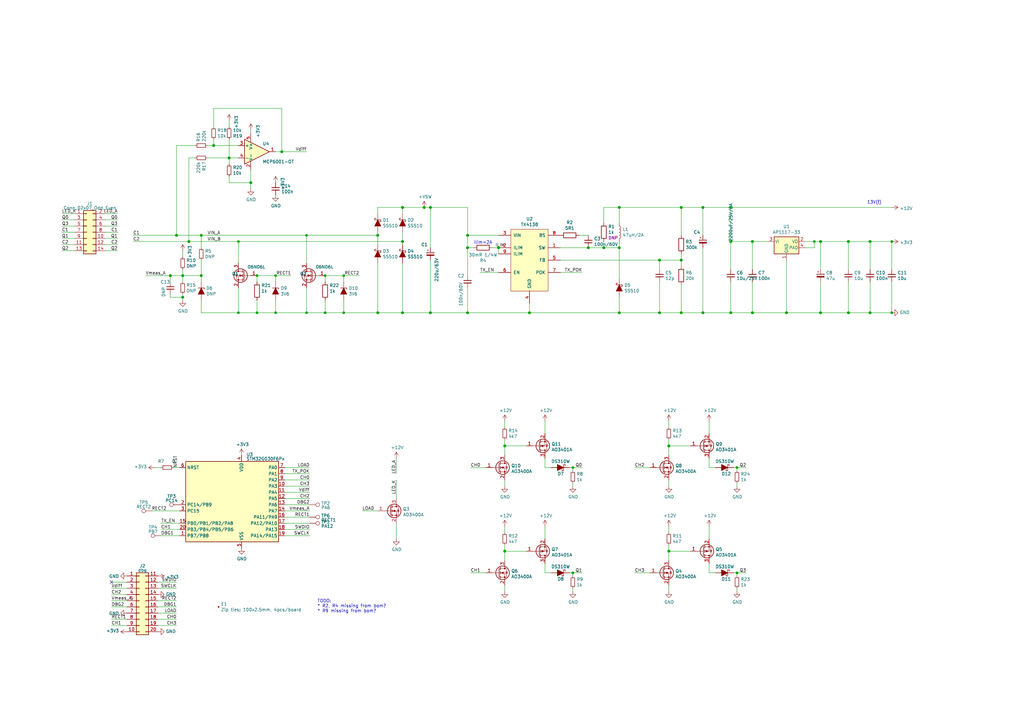
<source format=kicad_sch>
(kicad_sch (version 20230409) (generator eeschema)

  (uuid 90842322-b56e-42c7-bb4b-462bae6a0a0f)

  (paper "A3")

  

  (junction (at 115.57 62.23) (diameter 1.016) (color 0 0 0 0)
    (uuid 00cc906b-94ff-4ef1-b19a-71ac595d93fe)
  )
  (junction (at 365.76 99.06) (diameter 0) (color 0 0 0 0)
    (uuid 00f91b30-eb9b-4b90-9604-725f60942d68)
  )
  (junction (at 113.03 113.03) (diameter 0) (color 0 0 0 0)
    (uuid 016c9e0c-68fb-49ab-ac77-eb31e51dfaaf)
  )
  (junction (at 105.41 113.03) (diameter 0) (color 0 0 0 0)
    (uuid 12e8b267-a971-4e24-8cc0-af85c8ee8cc4)
  )
  (junction (at 191.77 128.27) (diameter 1.016) (color 0 0 0 0)
    (uuid 1327d99f-e9fa-4a85-aecd-91985894959a)
  )
  (junction (at 140.97 113.03) (diameter 0) (color 0 0 0 0)
    (uuid 14367394-2468-465c-be30-3c5e94dccae5)
  )
  (junction (at 87.63 59.69) (diameter 1.016) (color 0 0 0 0)
    (uuid 14cb0de5-09bb-40a0-9723-f48f2d625508)
  )
  (junction (at 279.4 106.68) (diameter 1.016) (color 0 0 0 0)
    (uuid 1902937b-befe-4123-b4c3-fc837aa5e5d4)
  )
  (junction (at 74.93 121.92) (diameter 1.016) (color 0 0 0 0)
    (uuid 1bf68dfc-8874-47b8-817b-b0affb58e7b0)
  )
  (junction (at 207.01 182.88) (diameter 1.016) (color 0 0 0 0)
    (uuid 21064c02-b0ac-496a-87b5-d520bc534e1e)
  )
  (junction (at 69.85 113.03) (diameter 1.016) (color 0 0 0 0)
    (uuid 283351ae-347d-4680-be1c-e87e74f4e7ea)
  )
  (junction (at 133.35 113.03) (diameter 0) (color 0 0 0 0)
    (uuid 2888d754-2474-46f5-9373-122c4624ed4b)
  )
  (junction (at 288.29 85.09) (diameter 1.016) (color 0 0 0 0)
    (uuid 2a88f9da-3805-4a1f-8c3b-69454956123c)
  )
  (junction (at 347.98 128.27) (diameter 1.016) (color 0 0 0 0)
    (uuid 2afe27cc-c49f-4ebe-beed-3c6430842a3b)
  )
  (junction (at 77.47 99.06) (diameter 1.016) (color 0 0 0 0)
    (uuid 2b33f74f-2642-44ae-83ec-cfd57d107f4f)
  )
  (junction (at 347.98 99.06) (diameter 1.016) (color 0 0 0 0)
    (uuid 2d69f821-f986-4dbf-8f87-796ac25d010f)
  )
  (junction (at 288.29 128.27) (diameter 1.016) (color 0 0 0 0)
    (uuid 2ed5b9ca-7757-4230-84bb-b68203afba62)
  )
  (junction (at 97.79 99.06) (diameter 0) (color 0 0 0 0)
    (uuid 317dee04-d1d4-4a51-86c2-ef4dd06ffdc2)
  )
  (junction (at 254 128.27) (diameter 1.016) (color 0 0 0 0)
    (uuid 34b5f812-9771-47f8-b48e-d792b87da0dd)
  )
  (junction (at 308.61 99.06) (diameter 1.016) (color 0 0 0 0)
    (uuid 3d6400e8-52cd-4b21-8156-923ae1f0d768)
  )
  (junction (at 254 101.6) (diameter 1.016) (color 0 0 0 0)
    (uuid 42672cda-16d5-4b8e-801a-71a91bdb6b3e)
  )
  (junction (at 204.47 101.6) (diameter 1.016) (color 0 0 0 0)
    (uuid 43c1aea0-a49e-4cf5-927d-6bd0b252f204)
  )
  (junction (at 74.93 113.03) (diameter 1.016) (color 0 0 0 0)
    (uuid 43c8bddf-7f8d-45ed-89ee-7bc2804578c8)
  )
  (junction (at 125.73 128.27) (diameter 0) (color 0 0 0 0)
    (uuid 45cfe143-5772-4835-ab05-6ded7d600384)
  )
  (junction (at 241.3 101.6) (diameter 1.016) (color 0 0 0 0)
    (uuid 46a590fe-b576-4adf-a2e8-d9aa59545de4)
  )
  (junction (at 165.1 99.06) (diameter 1.016) (color 0 0 0 0)
    (uuid 53440baf-0afc-4d67-b9cd-e57987a9dca1)
  )
  (junction (at 217.17 128.27) (diameter 1.016) (color 0 0 0 0)
    (uuid 54e52cfa-dd19-43c9-917f-e377742bc8b7)
  )
  (junction (at 299.72 85.09) (diameter 1.016) (color 0 0 0 0)
    (uuid 5f7d7031-7028-4240-ab1c-c2804370f15d)
  )
  (junction (at 308.61 128.27) (diameter 1.016) (color 0 0 0 0)
    (uuid 64c4fc00-dbfb-45e7-9035-e056555ef478)
  )
  (junction (at 102.87 74.93) (diameter 1.016) (color 0 0 0 0)
    (uuid 68dc07fb-fcdb-43c1-81cd-f8a710c7795d)
  )
  (junction (at 234.95 191.77) (diameter 0) (color 0 0 0 0)
    (uuid 6bfa5780-1ae3-488d-aa8a-c3878f1b3e1a)
  )
  (junction (at 82.55 113.03) (diameter 1.016) (color 0 0 0 0)
    (uuid 6e8ec351-e31c-443e-92dd-f6d598ac51ed)
  )
  (junction (at 191.77 96.52) (diameter 1.016) (color 0 0 0 0)
    (uuid 6ebb07f6-783d-4800-a555-14d6a44036f2)
  )
  (junction (at 125.73 96.52) (diameter 0) (color 0 0 0 0)
    (uuid 73cd9081-c3e2-4955-807b-0c723bb54b69)
  )
  (junction (at 274.32 226.06) (diameter 1.016) (color 0 0 0 0)
    (uuid 7472d79f-b607-473b-888c-e7c59545bf82)
  )
  (junction (at 302.26 191.77) (diameter 0) (color 0 0 0 0)
    (uuid 78c1c6fd-2e97-4da0-935f-0334ebb4a204)
  )
  (junction (at 356.87 128.27) (diameter 1.016) (color 0 0 0 0)
    (uuid 78fa5cf0-9840-4520-bbd1-2e7a25e13f85)
  )
  (junction (at 72.39 96.52) (diameter 1.016) (color 0 0 0 0)
    (uuid 7924ebef-0aaa-4fe7-ae56-26cb09dab212)
  )
  (junction (at 302.26 234.95) (diameter 0) (color 0 0 0 0)
    (uuid 7a357f87-3dc6-44ba-b811-f057cdbb877c)
  )
  (junction (at 322.58 128.27) (diameter 1.016) (color 0 0 0 0)
    (uuid 7ef1e170-5280-40cd-a0fe-a46d4e29a256)
  )
  (junction (at 356.87 99.06) (diameter 1.016) (color 0 0 0 0)
    (uuid 8067e959-2748-48a7-8847-92b64bcb306d)
  )
  (junction (at 207.01 226.06) (diameter 1.016) (color 0 0 0 0)
    (uuid 8712d645-1cd0-47a9-baf5-20d3f536069c)
  )
  (junction (at 105.41 128.27) (diameter 0) (color 0 0 0 0)
    (uuid 889b27d8-536c-47b0-bd33-9582f0f7dbde)
  )
  (junction (at 279.4 128.27) (diameter 1.016) (color 0 0 0 0)
    (uuid 88f05e1a-c8da-42be-824c-0bb5aa61e9d1)
  )
  (junction (at 299.72 99.06) (diameter 1.016) (color 0 0 0 0)
    (uuid 8a3c99aa-e351-4ec1-b194-02bb44bad667)
  )
  (junction (at 140.97 128.27) (diameter 0) (color 0 0 0 0)
    (uuid 8d622ff6-c7c9-43b2-9c57-e5b884dddc7a)
  )
  (junction (at 176.53 85.09) (diameter 1.016) (color 0 0 0 0)
    (uuid 8da0fa22-1f86-4b8f-a385-424f5245125d)
  )
  (junction (at 336.55 128.27) (diameter 1.016) (color 0 0 0 0)
    (uuid 92610853-2bc9-47b4-a24d-4caf052d5722)
  )
  (junction (at 173.99 85.09) (diameter 1.016) (color 0 0 0 0)
    (uuid 92e18fa8-5e0c-483e-9c06-cc3ce9bb0c77)
  )
  (junction (at 133.35 128.27) (diameter 0) (color 0 0 0 0)
    (uuid 93d2b913-3a95-4fe7-aa6b-b97b64554212)
  )
  (junction (at 336.55 99.06) (diameter 1.016) (color 0 0 0 0)
    (uuid 971ade45-3405-4010-b0d9-d2a0b963a0c3)
  )
  (junction (at 334.01 99.06) (diameter 0) (color 0 0 0 0)
    (uuid 9f9b9c90-16e4-4ec2-8ff0-c392766e9265)
  )
  (junction (at 254 85.09) (diameter 1.016) (color 0 0 0 0)
    (uuid 9fd135a4-d2a3-4f5a-99a5-6117ffba28c0)
  )
  (junction (at 176.53 128.27) (diameter 1.016) (color 0 0 0 0)
    (uuid a4ebb50d-89e0-42bb-b691-a2f2811aed88)
  )
  (junction (at 165.1 128.27) (diameter 1.016) (color 0 0 0 0)
    (uuid ad426e06-2f48-455d-9ecd-ee8437b15806)
  )
  (junction (at 247.65 101.6) (diameter 1.016) (color 0 0 0 0)
    (uuid b35ccb72-e3fc-437b-a669-3fdadc868fa0)
  )
  (junction (at 113.03 128.27) (diameter 0) (color 0 0 0 0)
    (uuid b564a89d-3adb-475f-b949-1795b487923d)
  )
  (junction (at 299.72 128.27) (diameter 1.016) (color 0 0 0 0)
    (uuid b761cf99-692d-4b18-92b3-2a734cb1b597)
  )
  (junction (at 270.51 128.27) (diameter 1.016) (color 0 0 0 0)
    (uuid b8d7cb82-357f-4848-b37d-e537b96a848e)
  )
  (junction (at 165.1 85.09) (diameter 1.016) (color 0 0 0 0)
    (uuid b8e1a071-5b4a-4192-b1e0-d4c94845bf90)
  )
  (junction (at 191.77 101.6) (diameter 1.016) (color 0 0 0 0)
    (uuid c41e2113-072f-4de5-b1be-9d7970b651a8)
  )
  (junction (at 365.76 128.27) (diameter 0) (color 0 0 0 0)
    (uuid c67201bd-9c03-40de-9a04-b9348cd41c68)
  )
  (junction (at 270.51 106.68) (diameter 1.016) (color 0 0 0 0)
    (uuid c7c97226-3c88-4371-b911-f313077f135d)
  )
  (junction (at 93.98 64.77) (diameter 1.016) (color 0 0 0 0)
    (uuid ca5b7ac4-3b46-4ace-9a2a-0429ad236cd1)
  )
  (junction (at 154.94 96.52) (diameter 1.016) (color 0 0 0 0)
    (uuid d91c0d8a-e388-4583-8076-e8314c19f84c)
  )
  (junction (at 82.55 96.52) (diameter 1.016) (color 0 0 0 0)
    (uuid de3a52d8-d7b8-4f2d-93e0-9d393f779927)
  )
  (junction (at 279.4 85.09) (diameter 1.016) (color 0 0 0 0)
    (uuid de56d233-2140-41dc-9c69-5751ea963d8b)
  )
  (junction (at 97.79 128.27) (diameter 0) (color 0 0 0 0)
    (uuid e74cb637-6454-4680-a513-d28d6ff5f07a)
  )
  (junction (at 154.94 128.27) (diameter 1.016) (color 0 0 0 0)
    (uuid f2d37c0e-27c3-4d40-b51b-49c50feeabc1)
  )
  (junction (at 234.95 234.95) (diameter 0) (color 0 0 0 0)
    (uuid f8202761-7cff-4eb0-935f-31633ea133db)
  )
  (junction (at 274.32 182.88) (diameter 1.016) (color 0 0 0 0)
    (uuid faa23a6c-6bce-455d-a164-9fd53e584d0d)
  )

  (no_connect (at 45.72 238.76) (uuid 6ec045b9-a00b-4b44-a123-c9b8561bdd59))

  (wire (pts (xy 365.76 128.27) (xy 356.87 128.27))
    (stroke (width 0) (type solid))
    (uuid 01c24cb8-6c3a-4a51-b30e-f2ba9339a79d)
  )
  (wire (pts (xy 154.94 96.52) (xy 154.94 100.33))
    (stroke (width 0) (type solid))
    (uuid 044e7c6a-39b5-4829-8e8d-ae988b7db4e0)
  )
  (wire (pts (xy 300.99 234.95) (xy 302.26 234.95))
    (stroke (width 0) (type default))
    (uuid 054005ec-a5cf-4039-afc9-d19e6e601eae)
  )
  (wire (pts (xy 74.93 113.03) (xy 74.93 115.57))
    (stroke (width 0) (type solid))
    (uuid 0691af72-80be-434a-9300-3bca5fe45f23)
  )
  (wire (pts (xy 54.61 96.52) (xy 72.39 96.52))
    (stroke (width 0) (type solid))
    (uuid 06f615af-96c5-4de5-ace2-f38690361846)
  )
  (wire (pts (xy 72.39 96.52) (xy 82.55 96.52))
    (stroke (width 0) (type solid))
    (uuid 06f615af-96c5-4de5-ace2-f38690361847)
  )
  (wire (pts (xy 116.84 212.09) (xy 127 212.09))
    (stroke (width 0) (type solid))
    (uuid 07436276-823d-4b4a-a940-42252330a008)
  )
  (wire (pts (xy 45.72 243.84) (xy 52.07 243.84))
    (stroke (width 0) (type default))
    (uuid 0831ed35-cfe9-40a9-9584-b30d69d8703e)
  )
  (wire (pts (xy 64.77 254) (xy 72.39 254))
    (stroke (width 0) (type default))
    (uuid 0985611b-e5ee-4f53-b44b-7144dd758ceb)
  )
  (wire (pts (xy 322.58 128.27) (xy 308.61 128.27))
    (stroke (width 0) (type solid))
    (uuid 09a4eec4-14cc-4655-9a4c-b00853dcf7f3)
  )
  (wire (pts (xy 279.4 85.09) (xy 288.29 85.09))
    (stroke (width 0) (type solid))
    (uuid 09f0cabb-6d7e-44be-8ed4-d745b57b9089)
  )
  (wire (pts (xy 66.04 217.17) (xy 73.66 217.17))
    (stroke (width 0) (type default))
    (uuid 0a31ef22-ff67-4dff-9ec7-eacec99c97d4)
  )
  (wire (pts (xy 299.72 128.27) (xy 288.29 128.27))
    (stroke (width 0) (type solid))
    (uuid 0a83b3b4-188c-4cba-8759-05dc027d81d4)
  )
  (wire (pts (xy 176.53 85.09) (xy 173.99 85.09))
    (stroke (width 0) (type solid))
    (uuid 0bf9350f-2c54-4c5e-b94d-dc02587f9370)
  )
  (wire (pts (xy 154.94 128.27) (xy 165.1 128.27))
    (stroke (width 0) (type solid))
    (uuid 0e8065e7-53cc-4900-831d-0741accfd97f)
  )
  (wire (pts (xy 290.83 215.9) (xy 290.83 220.98))
    (stroke (width 0) (type solid))
    (uuid 0f80bbf9-086a-484d-ad5c-9ac8609c621a)
  )
  (wire (pts (xy 64.77 251.46) (xy 72.39 251.46))
    (stroke (width 0) (type default))
    (uuid 10832855-858f-4c48-ae92-f5384aa7098c)
  )
  (wire (pts (xy 191.77 118.11) (xy 191.77 128.27))
    (stroke (width 0) (type solid))
    (uuid 11b00183-50b8-41bc-8418-25168cd28d0a)
  )
  (wire (pts (xy 290.83 191.77) (xy 290.83 187.96))
    (stroke (width 0) (type solid))
    (uuid 12b3645c-d1e1-4a78-81c4-3bbc20677276)
  )
  (wire (pts (xy 97.79 99.06) (xy 165.1 99.06))
    (stroke (width 0) (type solid))
    (uuid 12b7478e-b13b-4786-b96e-f642f08d181e)
  )
  (wire (pts (xy 204.47 104.14) (xy 204.47 101.6))
    (stroke (width 0) (type solid))
    (uuid 1313a94d-6bcb-49f1-8a5b-47b68a03b43c)
  )
  (wire (pts (xy 127 219.71) (xy 116.84 219.71))
    (stroke (width 0) (type solid))
    (uuid 13fb9f4c-9f6b-43ee-8b8c-17d7cd6cf340)
  )
  (wire (pts (xy 125.73 128.27) (xy 133.35 128.27))
    (stroke (width 0) (type solid))
    (uuid 13fc0393-1319-46ae-b94c-8c44886117e9)
  )
  (wire (pts (xy 308.61 128.27) (xy 299.72 128.27))
    (stroke (width 0) (type solid))
    (uuid 14c16b42-81b4-4695-9be1-cd026541a324)
  )
  (wire (pts (xy 234.95 234.95) (xy 238.76 234.95))
    (stroke (width 0) (type default))
    (uuid 1515fe3b-1101-4943-a9f9-c0bbfef6e73d)
  )
  (wire (pts (xy 356.87 99.06) (xy 356.87 110.49))
    (stroke (width 0) (type solid))
    (uuid 154d80d6-f6b2-4773-9cbf-48182571d2fa)
  )
  (wire (pts (xy 204.47 101.6) (xy 201.93 101.6))
    (stroke (width 0) (type solid))
    (uuid 16421cfe-cf08-423a-9f03-12f8e3682638)
  )
  (wire (pts (xy 45.72 241.3) (xy 52.07 241.3))
    (stroke (width 0) (type default))
    (uuid 16bcc90b-f2b0-4d32-935c-f2ba90ae327e)
  )
  (wire (pts (xy 140.97 113.03) (xy 147.32 113.03))
    (stroke (width 0) (type default))
    (uuid 18a020f7-9473-419c-a639-6821261dc720)
  )
  (wire (pts (xy 105.41 128.27) (xy 113.03 128.27))
    (stroke (width 0) (type default))
    (uuid 19d6f95b-dd0d-4bfe-b08d-58eec75dad09)
  )
  (wire (pts (xy 279.4 104.14) (xy 279.4 106.68))
    (stroke (width 0) (type solid))
    (uuid 1a5c17ce-ab82-4457-acbb-496309d97da7)
  )
  (wire (pts (xy 93.98 74.93) (xy 102.87 74.93))
    (stroke (width 0) (type solid))
    (uuid 1a5f317b-68d6-4867-87b4-aa8b30883ed8)
  )
  (wire (pts (xy 82.55 96.52) (xy 125.73 96.52))
    (stroke (width 0) (type solid))
    (uuid 1cd7572b-68b5-43c1-a7eb-bb98a5a3d4a4)
  )
  (wire (pts (xy 270.51 128.27) (xy 279.4 128.27))
    (stroke (width 0) (type solid))
    (uuid 1ea1454c-c50e-4199-8b70-7dd034496198)
  )
  (wire (pts (xy 63.5 191.77) (xy 66.04 191.77))
    (stroke (width 0) (type solid))
    (uuid 200d132e-eecd-4055-b8c3-df0bb151078d)
  )
  (wire (pts (xy 260.35 234.95) (xy 266.7 234.95))
    (stroke (width 0) (type solid))
    (uuid 2096b6aa-457d-483a-9a63-d887d39f5af4)
  )
  (wire (pts (xy 93.98 57.15) (xy 93.98 64.77))
    (stroke (width 0) (type solid))
    (uuid 22e3970a-7d20-438d-b9d6-b0a4a3aeeadb)
  )
  (wire (pts (xy 127 196.85) (xy 116.84 196.85))
    (stroke (width 0) (type solid))
    (uuid 256b8991-53ed-4da8-8fde-b500b987a07a)
  )
  (wire (pts (xy 97.79 128.27) (xy 105.41 128.27))
    (stroke (width 0) (type solid))
    (uuid 26628e8c-1678-4853-b495-12e2b3fc02a2)
  )
  (wire (pts (xy 43.18 95.25) (xy 48.26 95.25))
    (stroke (width 0) (type default))
    (uuid 27fa9b32-03f9-474c-9299-cf0235680635)
  )
  (wire (pts (xy 347.98 128.27) (xy 336.55 128.27))
    (stroke (width 0) (type solid))
    (uuid 2865df10-a46c-4908-a353-d33c6b7cff81)
  )
  (wire (pts (xy 308.61 110.49) (xy 308.61 99.06))
    (stroke (width 0) (type solid))
    (uuid 29936564-6250-4d87-ad21-4f1377f60e56)
  )
  (wire (pts (xy 82.55 106.68) (xy 82.55 113.03))
    (stroke (width 0) (type solid))
    (uuid 29dfbbb2-b832-4b5f-b2e0-b7311c0726e6)
  )
  (wire (pts (xy 82.55 113.03) (xy 82.55 115.57))
    (stroke (width 0) (type solid))
    (uuid 29dfbbb2-b832-4b5f-b2e0-b7311c0726e7)
  )
  (wire (pts (xy 43.18 97.79) (xy 48.26 97.79))
    (stroke (width 0) (type default))
    (uuid 2d16f919-7ac0-450d-a72b-8a11bdf4605e)
  )
  (wire (pts (xy 314.96 99.06) (xy 308.61 99.06))
    (stroke (width 0) (type solid))
    (uuid 2deec536-33d5-4312-87f1-b372b4bd0e54)
  )
  (wire (pts (xy 336.55 128.27) (xy 322.58 128.27))
    (stroke (width 0) (type solid))
    (uuid 31c79e13-ce30-4539-8834-544679615872)
  )
  (wire (pts (xy 194.31 101.6) (xy 191.77 101.6))
    (stroke (width 0) (type solid))
    (uuid 32189493-d189-4d2f-b6e5-5c8dc3ad8605)
  )
  (wire (pts (xy 193.04 191.77) (xy 199.39 191.77))
    (stroke (width 0) (type solid))
    (uuid 32bf6e8f-d435-4428-b819-ae5600a6d455)
  )
  (wire (pts (xy 125.73 96.52) (xy 154.94 96.52))
    (stroke (width 0) (type solid))
    (uuid 3359a8ac-f755-49a9-8b3d-a45ac6541342)
  )
  (wire (pts (xy 43.18 100.33) (xy 48.26 100.33))
    (stroke (width 0) (type default))
    (uuid 348d5b47-1364-4dac-8c86-3e5948a61904)
  )
  (wire (pts (xy 274.32 186.69) (xy 274.32 182.88))
    (stroke (width 0) (type solid))
    (uuid 3510a570-8f3c-459f-9334-45a916b2248d)
  )
  (wire (pts (xy 25.4 100.33) (xy 30.48 100.33))
    (stroke (width 0) (type default))
    (uuid 35fdbb54-88f9-4925-9493-fc8a238797f1)
  )
  (wire (pts (xy 154.94 95.25) (xy 154.94 96.52))
    (stroke (width 0) (type solid))
    (uuid 362fa288-7d38-4aa2-ab1d-a5c5490c6c05)
  )
  (wire (pts (xy 116.84 209.55) (xy 127 209.55))
    (stroke (width 0) (type solid))
    (uuid 39683f85-0b43-4e1c-be95-30a5c5747ef2)
  )
  (wire (pts (xy 93.98 49.53) (xy 93.98 52.07))
    (stroke (width 0) (type solid))
    (uuid 3a6b68a7-a3a3-4904-a0b9-091e6f09d7a6)
  )
  (wire (pts (xy 302.26 191.77) (xy 306.07 191.77))
    (stroke (width 0) (type default))
    (uuid 3a72fc7a-9799-4b2e-b943-e5c7efc3e272)
  )
  (wire (pts (xy 247.65 101.6) (xy 254 101.6))
    (stroke (width 0) (type solid))
    (uuid 3b2fc435-b4b0-4405-9850-2a3a9a013051)
  )
  (wire (pts (xy 69.85 113.03) (xy 69.85 115.57))
    (stroke (width 0) (type solid))
    (uuid 3d5bdb1d-b5d5-4ded-a451-8416ba382e92)
  )
  (wire (pts (xy 82.55 123.19) (xy 82.55 128.27))
    (stroke (width 0) (type solid))
    (uuid 3ec5fe87-1c8e-47da-a101-1c06cdfde39a)
  )
  (wire (pts (xy 234.95 198.12) (xy 234.95 199.39))
    (stroke (width 0) (type default))
    (uuid 3ec98f6f-309d-4fca-a9f7-1ac33702d889)
  )
  (wire (pts (xy 237.49 96.52) (xy 241.3 96.52))
    (stroke (width 0) (type solid))
    (uuid 406dcf17-a685-4341-b040-d22c133e48d4)
  )
  (wire (pts (xy 66.04 214.63) (xy 73.66 214.63))
    (stroke (width 0) (type default))
    (uuid 40a49f4b-a72f-42fd-88d8-dc7f297f0115)
  )
  (wire (pts (xy 207.01 175.26) (xy 207.01 172.72))
    (stroke (width 0) (type solid))
    (uuid 41112fbd-d7c3-4202-b8a8-62f3d3d50c6e)
  )
  (wire (pts (xy 64.77 238.76) (xy 72.39 238.76))
    (stroke (width 0) (type default))
    (uuid 423c4001-18a2-4fc0-afc0-babc4b0583e0)
  )
  (wire (pts (xy 87.63 44.45) (xy 115.57 44.45))
    (stroke (width 0) (type solid))
    (uuid 42f17cd4-356f-43f8-992c-71c887b57219)
  )
  (wire (pts (xy 115.57 44.45) (xy 115.57 62.23))
    (stroke (width 0) (type solid))
    (uuid 42f17cd4-356f-43f8-992c-71c887b5721a)
  )
  (wire (pts (xy 115.57 62.23) (xy 113.03 62.23))
    (stroke (width 0) (type solid))
    (uuid 42f17cd4-356f-43f8-992c-71c887b5721b)
  )
  (wire (pts (xy 356.87 128.27) (xy 347.98 128.27))
    (stroke (width 0) (type solid))
    (uuid 43046446-49fa-436a-9fd2-a0c56d2bad21)
  )
  (wire (pts (xy 207.01 182.88) (xy 215.9 182.88))
    (stroke (width 0) (type solid))
    (uuid 476916b7-3479-44f4-97ad-c1d1438c6167)
  )
  (wire (pts (xy 93.98 72.39) (xy 93.98 74.93))
    (stroke (width 0) (type solid))
    (uuid 4a2a971b-d993-4f4e-8478-e386537c821f)
  )
  (wire (pts (xy 233.68 191.77) (xy 234.95 191.77))
    (stroke (width 0) (type default))
    (uuid 4b8de159-50fa-4dc4-b7f6-8c6f2818cb4c)
  )
  (wire (pts (xy 115.57 62.23) (xy 125.73 62.23))
    (stroke (width 0) (type solid))
    (uuid 4bc3f44d-e2bb-4d02-adbb-49f44a776e95)
  )
  (wire (pts (xy 85.09 59.69) (xy 87.63 59.69))
    (stroke (width 0) (type solid))
    (uuid 4bff197b-bd18-4e2b-8b3a-65320c6a0e51)
  )
  (wire (pts (xy 87.63 59.69) (xy 97.79 59.69))
    (stroke (width 0) (type solid))
    (uuid 4bff197b-bd18-4e2b-8b3a-65320c6a0e52)
  )
  (wire (pts (xy 290.83 172.72) (xy 290.83 177.8))
    (stroke (width 0) (type solid))
    (uuid 4c9b9a5f-7bb0-4cc3-8fca-a563e9d6703a)
  )
  (wire (pts (xy 125.73 118.11) (xy 125.73 128.27))
    (stroke (width 0) (type default))
    (uuid 4d030fec-df14-4f41-9fdb-2b8caecb758f)
  )
  (wire (pts (xy 336.55 115.57) (xy 336.55 128.27))
    (stroke (width 0) (type solid))
    (uuid 4d0d000f-3c61-45a1-913a-694af8fbd620)
  )
  (wire (pts (xy 45.72 256.54) (xy 52.07 256.54))
    (stroke (width 0) (type default))
    (uuid 4d4aad54-bc13-4e78-9e5c-d13ebd351fed)
  )
  (wire (pts (xy 207.01 215.9) (xy 207.01 218.44))
    (stroke (width 0) (type solid))
    (uuid 50cec011-4431-4531-93ae-206c8f52ff33)
  )
  (wire (pts (xy 279.4 106.68) (xy 279.4 109.22))
    (stroke (width 0) (type solid))
    (uuid 525cb87c-48ae-4b95-b731-a47c469d46fc)
  )
  (wire (pts (xy 176.53 106.68) (xy 176.53 128.27))
    (stroke (width 0) (type solid))
    (uuid 53758a06-8074-41fa-9ac4-c30151d37c51)
  )
  (wire (pts (xy 302.26 198.12) (xy 302.26 199.39))
    (stroke (width 0) (type default))
    (uuid 55a5830c-b797-4f34-8c8d-fc79c9eaf1c3)
  )
  (wire (pts (xy 241.3 101.6) (xy 247.65 101.6))
    (stroke (width 0) (type solid))
    (uuid 55adb160-e726-4c45-a843-2853d5de918a)
  )
  (wire (pts (xy 223.52 191.77) (xy 223.52 187.96))
    (stroke (width 0) (type solid))
    (uuid 5742a023-b52b-4ef9-b175-4bb3fbf2e571)
  )
  (wire (pts (xy 45.72 248.92) (xy 52.07 248.92))
    (stroke (width 0) (type default))
    (uuid 57a4601b-4d2a-488b-8deb-811da661938c)
  )
  (wire (pts (xy 356.87 99.06) (xy 347.98 99.06))
    (stroke (width 0) (type solid))
    (uuid 57afa614-1b55-4918-a4d1-b81cd952eb67)
  )
  (wire (pts (xy 148.59 209.55) (xy 154.94 209.55))
    (stroke (width 0) (type solid))
    (uuid 595bf3a7-6af6-42ee-af59-23996ad4008e)
  )
  (wire (pts (xy 229.87 101.6) (xy 241.3 101.6))
    (stroke (width 0) (type solid))
    (uuid 59ee5663-b5c5-49eb-aeee-aba07a04e325)
  )
  (wire (pts (xy 217.17 124.46) (xy 217.17 128.27))
    (stroke (width 0) (type solid))
    (uuid 5a60d349-0d99-45ce-b8bf-aad03285adaf)
  )
  (wire (pts (xy 336.55 99.06) (xy 334.01 99.06))
    (stroke (width 0) (type solid))
    (uuid 5a97715e-530f-4eb3-844a-7b2efefcbd40)
  )
  (wire (pts (xy 254 99.06) (xy 254 101.6))
    (stroke (width 0) (type solid))
    (uuid 5aeb0357-7a3f-4580-8eee-0101d6484c6c)
  )
  (wire (pts (xy 140.97 123.19) (xy 140.97 128.27))
    (stroke (width 0) (type default))
    (uuid 5b7b2a1d-b443-4b20-be73-8ca5aef7e3b4)
  )
  (wire (pts (xy 74.93 110.49) (xy 74.93 113.03))
    (stroke (width 0) (type solid))
    (uuid 5c71cd73-41cc-464b-bba8-c0506fcb6de5)
  )
  (wire (pts (xy 279.4 106.68) (xy 270.51 106.68))
    (stroke (width 0) (type solid))
    (uuid 5f82998c-69f4-42ee-aa0d-e1d2dcd3d46a)
  )
  (wire (pts (xy 290.83 191.77) (xy 293.37 191.77))
    (stroke (width 0) (type solid))
    (uuid 6109699e-9e56-42eb-9949-8fdb1b08fb2e)
  )
  (wire (pts (xy 43.18 87.63) (xy 48.26 87.63))
    (stroke (width 0) (type default))
    (uuid 63623b97-c026-4678-9749-e6abdbbad4fb)
  )
  (wire (pts (xy 43.18 102.87) (xy 48.26 102.87))
    (stroke (width 0) (type default))
    (uuid 644b3896-8ea0-4f08-813b-e338e657db44)
  )
  (wire (pts (xy 226.06 191.77) (xy 223.52 191.77))
    (stroke (width 0) (type solid))
    (uuid 657deac9-ec70-4d3e-a191-4e4a9319e6c5)
  )
  (wire (pts (xy 162.56 214.63) (xy 162.56 220.98))
    (stroke (width 0) (type solid))
    (uuid 67618c21-7f6b-4628-8049-bbec4d7786a2)
  )
  (wire (pts (xy 127 191.77) (xy 116.84 191.77))
    (stroke (width 0) (type solid))
    (uuid 683298c4-14eb-4668-ab43-82379667c56c)
  )
  (wire (pts (xy 113.03 113.03) (xy 105.41 113.03))
    (stroke (width 0) (type default))
    (uuid 6c5e1d2d-1ebf-4919-b883-69baf63d8881)
  )
  (wire (pts (xy 176.53 101.6) (xy 176.53 85.09))
    (stroke (width 0) (type solid))
    (uuid 7301bfe5-2e07-4982-b803-25a2198ed3e8)
  )
  (wire (pts (xy 247.65 99.06) (xy 247.65 101.6))
    (stroke (width 0) (type solid))
    (uuid 74d9579b-67f5-4d2c-8de7-3264718c3e24)
  )
  (wire (pts (xy 77.47 64.77) (xy 77.47 99.06))
    (stroke (width 0) (type solid))
    (uuid 756c230b-8a1f-4e76-a998-611dbb8b398f)
  )
  (wire (pts (xy 80.01 64.77) (xy 77.47 64.77))
    (stroke (width 0) (type solid))
    (uuid 756c230b-8a1f-4e76-a998-611dbb8b3990)
  )
  (wire (pts (xy 191.77 113.03) (xy 191.77 101.6))
    (stroke (width 0) (type solid))
    (uuid 75f651de-80ad-4483-a574-73cfad5fd362)
  )
  (wire (pts (xy 260.35 191.77) (xy 266.7 191.77))
    (stroke (width 0) (type solid))
    (uuid 761a2422-4da2-4dff-aedf-5856aae94c26)
  )
  (wire (pts (xy 347.98 128.27) (xy 347.98 115.57))
    (stroke (width 0) (type solid))
    (uuid 763d190b-4214-43ba-a11b-feffed27982f)
  )
  (wire (pts (xy 274.32 180.34) (xy 274.32 182.88))
    (stroke (width 0) (type solid))
    (uuid 78937407-9fcf-4668-bb26-a1f5aa0edac7)
  )
  (wire (pts (xy 43.18 92.71) (xy 48.26 92.71))
    (stroke (width 0) (type default))
    (uuid 7968f50b-ec45-4c7b-825c-f2f48cbb30bb)
  )
  (wire (pts (xy 133.35 128.27) (xy 140.97 128.27))
    (stroke (width 0) (type solid))
    (uuid 7bd03d3d-5383-4f76-ac79-11c7bbdf3b84)
  )
  (wire (pts (xy 254 101.6) (xy 254 114.3))
    (stroke (width 0) (type solid))
    (uuid 7c1ae309-f706-48cd-b8fb-f1d2962e0a39)
  )
  (wire (pts (xy 207.01 223.52) (xy 207.01 226.06))
    (stroke (width 0) (type solid))
    (uuid 7d56c22d-6839-4c90-b5de-986a964866f6)
  )
  (wire (pts (xy 365.76 99.06) (xy 356.87 99.06))
    (stroke (width 0) (type solid))
    (uuid 7f24924b-8592-4a95-8a82-c3c9678e64fc)
  )
  (wire (pts (xy 64.77 248.92) (xy 72.39 248.92))
    (stroke (width 0) (type default))
    (uuid 7fae089c-47ad-42e0-983a-a7ed39baa853)
  )
  (wire (pts (xy 308.61 99.06) (xy 299.72 99.06))
    (stroke (width 0) (type solid))
    (uuid 7fd32b75-b478-4364-bc78-492ad98aad31)
  )
  (wire (pts (xy 274.32 229.87) (xy 274.32 226.06))
    (stroke (width 0) (type solid))
    (uuid 7fe4efb1-95d4-4352-9702-e707eebb891d)
  )
  (wire (pts (xy 176.53 128.27) (xy 191.77 128.27))
    (stroke (width 0) (type solid))
    (uuid 80459043-d446-4f9e-8484-41083848771b)
  )
  (wire (pts (xy 64.77 246.38) (xy 72.39 246.38))
    (stroke (width 0) (type default))
    (uuid 807cbc80-3aa6-442a-878f-fb7db281c500)
  )
  (wire (pts (xy 25.4 102.87) (xy 30.48 102.87))
    (stroke (width 0) (type default))
    (uuid 809250a6-9b38-458d-bf18-4cc7b049b895)
  )
  (wire (pts (xy 165.1 128.27) (xy 176.53 128.27))
    (stroke (width 0) (type solid))
    (uuid 846ed2b9-b45b-4c06-a267-6b06598364f1)
  )
  (wire (pts (xy 254 85.09) (xy 279.4 85.09))
    (stroke (width 0) (type solid))
    (uuid 8556b4dd-5d91-4f2e-bd11-718d9194296e)
  )
  (wire (pts (xy 25.4 97.79) (xy 30.48 97.79))
    (stroke (width 0) (type default))
    (uuid 8647bb59-9927-4c81-9b85-234efc861cae)
  )
  (wire (pts (xy 223.52 172.72) (xy 223.52 177.8))
    (stroke (width 0) (type solid))
    (uuid 86f7668f-3204-4495-9fe3-51a2778aa07b)
  )
  (wire (pts (xy 365.76 99.06) (xy 365.76 110.49))
    (stroke (width 0) (type solid))
    (uuid 87a2d0d5-8350-4b12-9ebe-17a2a0c3b11c)
  )
  (wire (pts (xy 322.58 128.27) (xy 322.58 106.68))
    (stroke (width 0) (type solid))
    (uuid 8879637a-db4d-4c77-bea3-ac9bdc9b5775)
  )
  (wire (pts (xy 66.04 219.71) (xy 73.66 219.71))
    (stroke (width 0) (type solid))
    (uuid 8a9bde97-c4a6-4d0b-b833-3130df94d535)
  )
  (wire (pts (xy 165.1 85.09) (xy 154.94 85.09))
    (stroke (width 0) (type solid))
    (uuid 8b2f42cc-2a01-4a7f-82f5-4a81b02b8f57)
  )
  (wire (pts (xy 207.01 180.34) (xy 207.01 182.88))
    (stroke (width 0) (type solid))
    (uuid 8ef75bff-67fe-4b78-b3a4-870ec25fd02b)
  )
  (wire (pts (xy 72.39 59.69) (xy 72.39 96.52))
    (stroke (width 0) (type solid))
    (uuid 8f9c9ec5-176c-4f0b-95f2-a684e3d2128f)
  )
  (wire (pts (xy 80.01 59.69) (xy 72.39 59.69))
    (stroke (width 0) (type solid))
    (uuid 8f9c9ec5-176c-4f0b-95f2-a684e3d21290)
  )
  (wire (pts (xy 62.23 209.55) (xy 73.66 209.55))
    (stroke (width 0) (type default))
    (uuid 946c5ae5-63f3-426b-b9f3-ef7055d9dd95)
  )
  (wire (pts (xy 97.79 118.11) (xy 97.79 128.27))
    (stroke (width 0) (type default))
    (uuid 94eb1f14-8a7e-4ef9-9143-0395eaf62eb4)
  )
  (wire (pts (xy 207.01 242.57) (xy 207.01 240.03))
    (stroke (width 0) (type solid))
    (uuid 95905f61-fc4f-4131-9c2b-8b63bbbd5b9d)
  )
  (wire (pts (xy 165.1 128.27) (xy 165.1 107.95))
    (stroke (width 0) (type solid))
    (uuid 95931420-2516-4345-83e4-e03b4494e8b9)
  )
  (wire (pts (xy 336.55 99.06) (xy 336.55 110.49))
    (stroke (width 0) (type solid))
    (uuid 962fe876-285b-43ed-9e57-cfad222b2ef8)
  )
  (wire (pts (xy 127 199.39) (xy 116.84 199.39))
    (stroke (width 0) (type solid))
    (uuid 977873c4-0304-43ff-8c6f-aab5b83c133b)
  )
  (wire (pts (xy 270.51 110.49) (xy 270.51 106.68))
    (stroke (width 0) (type solid))
    (uuid 981badb3-4b23-41a5-a262-2200799e4a10)
  )
  (wire (pts (xy 234.95 191.77) (xy 238.76 191.77))
    (stroke (width 0) (type default))
    (uuid 98e03abc-13b6-4fdb-87ce-37ec6ba19d60)
  )
  (wire (pts (xy 113.03 115.57) (xy 113.03 113.03))
    (stroke (width 0) (type default))
    (uuid 99509cbe-a79f-4f19-95ea-4a1fe4416491)
  )
  (wire (pts (xy 223.52 234.95) (xy 223.52 231.14))
    (stroke (width 0) (type solid))
    (uuid 9a3d4ad7-f164-4745-b38f-b75a88566437)
  )
  (wire (pts (xy 25.4 87.63) (xy 30.48 87.63))
    (stroke (width 0) (type default))
    (uuid 9b528524-c73b-44d2-9ba2-8290d87bfcb6)
  )
  (wire (pts (xy 330.2 101.6) (xy 334.01 101.6))
    (stroke (width 0) (type solid))
    (uuid 9ceca1f2-ad91-41fd-97a0-9a26eda3065a)
  )
  (wire (pts (xy 162.56 187.96) (xy 162.56 194.31))
    (stroke (width 0) (type default))
    (uuid 9ed67c58-541a-4ff6-b441-ce49564f1eb2)
  )
  (wire (pts (xy 45.72 246.38) (xy 52.07 246.38))
    (stroke (width 0) (type default))
    (uuid a0c48a28-5b9f-4915-a654-c62794b412f0)
  )
  (wire (pts (xy 247.65 85.09) (xy 247.65 91.44))
    (stroke (width 0) (type solid))
    (uuid a2680fae-211c-4b27-ac5e-9c54cb1fd5ef)
  )
  (wire (pts (xy 254 128.27) (xy 270.51 128.27))
    (stroke (width 0) (type solid))
    (uuid a26e6746-fd51-4c19-84cb-ab2dd01f60cb)
  )
  (wire (pts (xy 59.69 113.03) (xy 69.85 113.03))
    (stroke (width 0) (type solid))
    (uuid a2cb1101-dfdf-4de5-895e-930718893668)
  )
  (wire (pts (xy 69.85 113.03) (xy 74.93 113.03))
    (stroke (width 0) (type solid))
    (uuid a2cb1101-dfdf-4de5-895e-930718893669)
  )
  (wire (pts (xy 74.93 113.03) (xy 82.55 113.03))
    (stroke (width 0) (type solid))
    (uuid a2cb1101-dfdf-4de5-895e-93071889366a)
  )
  (wire (pts (xy 140.97 113.03) (xy 133.35 113.03))
    (stroke (width 0) (type default))
    (uuid a5c43384-cd2e-4b90-a6d4-6b4e8ae0ef10)
  )
  (wire (pts (xy 274.32 172.72) (xy 274.32 175.26))
    (stroke (width 0) (type solid))
    (uuid a60f5ccd-b22e-4a47-9dbf-c67eac7c6fde)
  )
  (wire (pts (xy 191.77 96.52) (xy 204.47 96.52))
    (stroke (width 0) (type solid))
    (uuid a6888cd9-0e3a-4016-93c0-6025a0b38b98)
  )
  (wire (pts (xy 165.1 87.63) (xy 165.1 85.09))
    (stroke (width 0) (type solid))
    (uuid a6c72836-33d5-4497-b918-ee240edc5f62)
  )
  (wire (pts (xy 25.4 90.17) (xy 30.48 90.17))
    (stroke (width 0) (type default))
    (uuid a78242f5-e719-405f-b09c-5657823adeb5)
  )
  (wire (pts (xy 300.99 191.77) (xy 302.26 191.77))
    (stroke (width 0) (type default))
    (uuid a92496bf-367c-4bb3-97fc-53765bc9bbab)
  )
  (wire (pts (xy 191.77 96.52) (xy 191.77 85.09))
    (stroke (width 0) (type solid))
    (uuid a92711a8-f3ae-41ce-a3bd-4ee0634d1e2d)
  )
  (wire (pts (xy 105.41 113.03) (xy 105.41 115.57))
    (stroke (width 0) (type default))
    (uuid a9977243-9dff-42ad-8b74-acf8ca5f6ad3)
  )
  (wire (pts (xy 74.93 102.87) (xy 74.93 105.41))
    (stroke (width 0) (type solid))
    (uuid aa7952cc-166c-4845-95d4-e06c5049b93f)
  )
  (wire (pts (xy 234.95 234.95) (xy 234.95 236.22))
    (stroke (width 0) (type default))
    (uuid aaf6476a-a6bc-4bd8-99c0-b60e4adc8524)
  )
  (wire (pts (xy 127 217.17) (xy 116.84 217.17))
    (stroke (width 0) (type solid))
    (uuid ab922c52-d141-44a7-b796-cc7d3399a812)
  )
  (wire (pts (xy 191.77 128.27) (xy 217.17 128.27))
    (stroke (width 0) (type solid))
    (uuid abc5132f-fc2b-47c5-9ac7-0baab2c2adb5)
  )
  (wire (pts (xy 154.94 85.09) (xy 154.94 87.63))
    (stroke (width 0) (type solid))
    (uuid abcecedf-1b33-49e5-9301-7bb359f70b3b)
  )
  (wire (pts (xy 347.98 99.06) (xy 336.55 99.06))
    (stroke (width 0) (type solid))
    (uuid ae1bb61b-bc28-42dc-84ae-83b5ec306fc5)
  )
  (wire (pts (xy 113.03 113.03) (xy 119.38 113.03))
    (stroke (width 0) (type default))
    (uuid ae20f153-5a1f-4c41-8af2-1e864903a49f)
  )
  (wire (pts (xy 288.29 85.09) (xy 299.72 85.09))
    (stroke (width 0) (type solid))
    (uuid ae87ac1b-46d6-4df0-8e0b-00c339c1417e)
  )
  (wire (pts (xy 288.29 128.27) (xy 288.29 101.6))
    (stroke (width 0) (type solid))
    (uuid b0bddd31-9c83-4ec7-a18f-c8f731e5356e)
  )
  (wire (pts (xy 299.72 99.06) (xy 299.72 110.49))
    (stroke (width 0) (type solid))
    (uuid b1e75810-d4d4-4b3d-b2a2-c844177f9a14)
  )
  (wire (pts (xy 288.29 96.52) (xy 288.29 85.09))
    (stroke (width 0) (type solid))
    (uuid b20a5ef0-f88e-420a-8e3f-2bf94d04f8af)
  )
  (wire (pts (xy 105.41 123.19) (xy 105.41 128.27))
    (stroke (width 0) (type default))
    (uuid b3b9ef0d-b395-47aa-a506-9cdce9fa1a8c)
  )
  (wire (pts (xy 64.77 256.54) (xy 72.39 256.54))
    (stroke (width 0) (type default))
    (uuid b3baf20c-1a87-47fc-a681-c69e8e292c89)
  )
  (wire (pts (xy 223.52 215.9) (xy 223.52 220.98))
    (stroke (width 0) (type solid))
    (uuid b4cda3b0-87df-4b9c-b8e5-e5fd47b3765d)
  )
  (wire (pts (xy 270.51 106.68) (xy 229.87 106.68))
    (stroke (width 0) (type solid))
    (uuid b62dc295-075d-46e5-aa8c-b647d4845bef)
  )
  (wire (pts (xy 127 207.01) (xy 116.84 207.01))
    (stroke (width 0) (type solid))
    (uuid b6709d65-bc06-4cda-8de0-9f979223a7fa)
  )
  (wire (pts (xy 229.87 111.76) (xy 238.76 111.76))
    (stroke (width 0) (type solid))
    (uuid b7626b5b-05a4-40f0-817e-ede355bce018)
  )
  (wire (pts (xy 293.37 234.95) (xy 290.83 234.95))
    (stroke (width 0) (type solid))
    (uuid b78e80ca-9c56-407e-a86c-613eb0ab9bdf)
  )
  (wire (pts (xy 116.84 204.47) (xy 127 204.47))
    (stroke (width 0) (type solid))
    (uuid b92911e0-e75c-416f-8623-767b6129f051)
  )
  (wire (pts (xy 234.95 241.3) (xy 234.95 242.57))
    (stroke (width 0) (type default))
    (uuid bbb394d4-b1bf-4883-919c-afb4042335c2)
  )
  (wire (pts (xy 299.72 115.57) (xy 299.72 128.27))
    (stroke (width 0) (type solid))
    (uuid bda8130d-6253-4e68-a94d-f22a370f3837)
  )
  (wire (pts (xy 302.26 241.3) (xy 302.26 242.57))
    (stroke (width 0) (type default))
    (uuid bdebeffc-5e92-4daa-b83a-44c75c3f5819)
  )
  (wire (pts (xy 254 121.92) (xy 254 128.27))
    (stroke (width 0) (type solid))
    (uuid be5a7e33-f49d-4247-a68a-65eb91a32876)
  )
  (wire (pts (xy 274.32 182.88) (xy 283.21 182.88))
    (stroke (width 0) (type solid))
    (uuid bef7445a-81ba-436e-9d26-31a830de4cf0)
  )
  (wire (pts (xy 290.83 234.95) (xy 290.83 231.14))
    (stroke (width 0) (type solid))
    (uuid befb98d4-66e5-4b93-a08c-95721ce4e586)
  )
  (wire (pts (xy 274.32 199.39) (xy 274.32 196.85))
    (stroke (width 0) (type solid))
    (uuid bf5800a2-75df-40ff-b4fe-a53dc6dd2bc4)
  )
  (wire (pts (xy 207.01 186.69) (xy 207.01 182.88))
    (stroke (width 0) (type solid))
    (uuid bf7eedad-1f84-4859-a1af-05e06bb8bb54)
  )
  (wire (pts (xy 125.73 96.52) (xy 125.73 107.95))
    (stroke (width 0) (type default))
    (uuid c09301ab-bbb0-4de6-94e8-e77abf1dd944)
  )
  (wire (pts (xy 302.26 191.77) (xy 302.26 193.04))
    (stroke (width 0) (type default))
    (uuid c0d75ebf-ddd1-4136-a423-f0754e494239)
  )
  (wire (pts (xy 176.53 85.09) (xy 191.77 85.09))
    (stroke (width 0) (type solid))
    (uuid c3116d2b-9a37-411e-8904-f0c2d4507d99)
  )
  (wire (pts (xy 45.72 254) (xy 52.07 254))
    (stroke (width 0) (type default))
    (uuid c4c41a0e-ce19-4d51-8e37-9a6f70be8428)
  )
  (wire (pts (xy 127 201.93) (xy 116.84 201.93))
    (stroke (width 0) (type solid))
    (uuid c4c75bd4-43d0-4805-af2b-bca75eb61623)
  )
  (wire (pts (xy 64.77 241.3) (xy 72.39 241.3))
    (stroke (width 0) (type default))
    (uuid c503e0d8-db90-4b75-9662-9342980b1d4d)
  )
  (wire (pts (xy 140.97 115.57) (xy 140.97 113.03))
    (stroke (width 0) (type default))
    (uuid c6060517-9f7f-4ca8-963b-013f83f73b95)
  )
  (wire (pts (xy 299.72 85.09) (xy 365.76 85.09))
    (stroke (width 0) (type solid))
    (uuid c6a1e12f-bb9c-4d36-889a-e472e90ad20e)
  )
  (wire (pts (xy 193.04 234.95) (xy 199.39 234.95))
    (stroke (width 0) (type solid))
    (uuid c6af0e4a-a7a2-4c26-9d72-5f7443ab2dcd)
  )
  (wire (pts (xy 154.94 107.95) (xy 154.94 128.27))
    (stroke (width 0) (type solid))
    (uuid c6de987e-939c-4a30-91cf-f5285ab43898)
  )
  (wire (pts (xy 207.01 226.06) (xy 215.9 226.06))
    (stroke (width 0) (type solid))
    (uuid c83dba7c-bb7c-498d-8ebb-bb471f15dbe1)
  )
  (wire (pts (xy 299.72 85.09) (xy 299.72 99.06))
    (stroke (width 0) (type solid))
    (uuid c8c957ed-3dd8-4717-8e6d-4c8927a06510)
  )
  (wire (pts (xy 365.76 115.57) (xy 365.76 128.27))
    (stroke (width 0) (type solid))
    (uuid c93365cd-9a3f-4d3e-9bf7-b02ecc3a4ba9)
  )
  (wire (pts (xy 226.06 234.95) (xy 223.52 234.95))
    (stroke (width 0) (type solid))
    (uuid cc3cfab0-59ef-4de2-9e91-0d36274e7750)
  )
  (wire (pts (xy 247.65 85.09) (xy 254 85.09))
    (stroke (width 0) (type solid))
    (uuid ce25a2e9-3290-416f-9aa8-5cc6452475f2)
  )
  (wire (pts (xy 274.32 223.52) (xy 274.32 226.06))
    (stroke (width 0) (type solid))
    (uuid ce55d4ca-2293-4360-989e-444f983bf48f)
  )
  (wire (pts (xy 116.84 194.31) (xy 127 194.31))
    (stroke (width 0) (type solid))
    (uuid ce6efcb1-cb8f-489b-a1e7-ccab51dd1f51)
  )
  (wire (pts (xy 140.97 128.27) (xy 154.94 128.27))
    (stroke (width 0) (type solid))
    (uuid d16ce38d-6da7-486e-a9f9-d42c61e8f400)
  )
  (wire (pts (xy 217.17 128.27) (xy 254 128.27))
    (stroke (width 0) (type solid))
    (uuid d248ef83-ef05-4e45-8d39-c2e4cc9bbf83)
  )
  (wire (pts (xy 87.63 52.07) (xy 87.63 44.45))
    (stroke (width 0) (type solid))
    (uuid d2dd41db-901c-4d88-82c7-0a01e59b2a28)
  )
  (wire (pts (xy 102.87 53.34) (xy 102.87 54.61))
    (stroke (width 0) (type solid))
    (uuid d2dd41db-901c-4d88-82c7-0a01e59b2a29)
  )
  (wire (pts (xy 54.61 99.06) (xy 77.47 99.06))
    (stroke (width 0) (type solid))
    (uuid d37795f9-4f11-4ee2-84c4-25d53fdf58be)
  )
  (wire (pts (xy 77.47 99.06) (xy 97.79 99.06))
    (stroke (width 0) (type solid))
    (uuid d37795f9-4f11-4ee2-84c4-25d53fdf58bf)
  )
  (wire (pts (xy 274.32 226.06) (xy 283.21 226.06))
    (stroke (width 0) (type solid))
    (uuid d535d573-4853-46fe-9479-f8272b9078a0)
  )
  (wire (pts (xy 25.4 92.71) (xy 30.48 92.71))
    (stroke (width 0) (type default))
    (uuid d5820cf7-2eaa-4521-8043-e254b0074327)
  )
  (wire (pts (xy 45.72 238.76) (xy 52.07 238.76))
    (stroke (width 0) (type default))
    (uuid d5e3367a-823a-4f53-bd5f-c76dfd0f1ff2)
  )
  (wire (pts (xy 279.4 116.84) (xy 279.4 128.27))
    (stroke (width 0) (type solid))
    (uuid d6e796a8-e775-42c0-830e-021d7618214d)
  )
  (wire (pts (xy 133.35 113.03) (xy 133.35 115.57))
    (stroke (width 0) (type default))
    (uuid d74d54e6-9006-4152-a69d-c6e0d48cff2a)
  )
  (wire (pts (xy 356.87 115.57) (xy 356.87 128.27))
    (stroke (width 0) (type solid))
    (uuid d7c38bb2-ef7c-43ce-89e5-3ff9841bc162)
  )
  (wire (pts (xy 334.01 99.06) (xy 330.2 99.06))
    (stroke (width 0) (type solid))
    (uuid d8a757fe-393c-4ffa-9004-6fd88177787b)
  )
  (wire (pts (xy 25.4 95.25) (xy 30.48 95.25))
    (stroke (width 0) (type default))
    (uuid d8f99408-0606-43a4-8347-de6426f7f843)
  )
  (wire (pts (xy 93.98 64.77) (xy 93.98 67.31))
    (stroke (width 0) (type solid))
    (uuid d90563f2-04a1-447b-a814-73f685b2f179)
  )
  (wire (pts (xy 97.79 99.06) (xy 97.79 107.95))
    (stroke (width 0) (type default))
    (uuid da5a422e-e81b-4a34-b7a3-06e720bedf6b)
  )
  (wire (pts (xy 102.87 69.85) (xy 102.87 74.93))
    (stroke (width 0) (type solid))
    (uuid dcc816e7-260e-4192-aa85-c419294dcff8)
  )
  (wire (pts (xy 102.87 74.93) (xy 102.87 77.47))
    (stroke (width 0) (type solid))
    (uuid dcc816e7-260e-4192-aa85-c419294dcff9)
  )
  (wire (pts (xy 43.18 90.17) (xy 48.26 90.17))
    (stroke (width 0) (type default))
    (uuid dd71c45e-ac3c-43ca-b047-f367b80e142d)
  )
  (wire (pts (xy 302.26 234.95) (xy 306.07 234.95))
    (stroke (width 0) (type default))
    (uuid dd7bad88-8470-49d4-98e3-3ea211a43c73)
  )
  (wire (pts (xy 165.1 95.25) (xy 165.1 99.06))
    (stroke (width 0) (type solid))
    (uuid ddbfcac1-e26f-4f0d-af47-adc02beedcdf)
  )
  (wire (pts (xy 113.03 128.27) (xy 125.73 128.27))
    (stroke (width 0) (type default))
    (uuid dee465ec-735b-4976-913a-118375bde29b)
  )
  (wire (pts (xy 233.68 234.95) (xy 234.95 234.95))
    (stroke (width 0) (type default))
    (uuid dfcd6d4b-f9e3-4ae6-8459-c3ba01a2b860)
  )
  (wire (pts (xy 274.32 215.9) (xy 274.32 218.44))
    (stroke (width 0) (type solid))
    (uuid e04e5865-5c75-4b82-ab0a-bd0de4856d82)
  )
  (wire (pts (xy 165.1 85.09) (xy 173.99 85.09))
    (stroke (width 0) (type solid))
    (uuid e0975ad5-f3b8-472c-b7ba-fb255e95b6a2)
  )
  (wire (pts (xy 308.61 128.27) (xy 308.61 115.57))
    (stroke (width 0) (type solid))
    (uuid e20e1a64-7790-40fb-8180-1a8b2a64b734)
  )
  (wire (pts (xy 82.55 128.27) (xy 97.79 128.27))
    (stroke (width 0) (type solid))
    (uuid e20fd569-e0b8-4de4-9d41-1aa82373ca77)
  )
  (wire (pts (xy 270.51 115.57) (xy 270.51 128.27))
    (stroke (width 0) (type solid))
    (uuid e309e033-b4ad-44df-b115-2452400b6a0a)
  )
  (wire (pts (xy 69.85 121.92) (xy 69.85 120.65))
    (stroke (width 0) (type solid))
    (uuid e4c6411b-4b5d-473d-b1db-5f96a25d2bee)
  )
  (wire (pts (xy 74.93 121.92) (xy 69.85 121.92))
    (stroke (width 0) (type solid))
    (uuid e4c6411b-4b5d-473d-b1db-5f96a25d2bef)
  )
  (wire (pts (xy 85.09 64.77) (xy 93.98 64.77))
    (stroke (width 0) (type solid))
    (uuid e5544940-e483-46f4-9655-be2391ea1f2a)
  )
  (wire (pts (xy 93.98 64.77) (xy 97.79 64.77))
    (stroke (width 0) (type solid))
    (uuid e5544940-e483-46f4-9655-be2391ea1f2b)
  )
  (wire (pts (xy 162.56 196.85) (xy 162.56 204.47))
    (stroke (width 0) (type default))
    (uuid e748fdf9-4ac5-4367-9b6d-8024eb9c8d0a)
  )
  (wire (pts (xy 74.93 120.65) (xy 74.93 121.92))
    (stroke (width 0) (type solid))
    (uuid e8aca27c-7e21-4238-bc2e-c7b0d1a57f04)
  )
  (wire (pts (xy 74.93 121.92) (xy 74.93 123.19))
    (stroke (width 0) (type solid))
    (uuid e8aca27c-7e21-4238-bc2e-c7b0d1a57f05)
  )
  (wire (pts (xy 274.32 242.57) (xy 274.32 240.03))
    (stroke (width 0) (type solid))
    (uuid e9565386-697f-4c55-b6b2-a6dae565b92f)
  )
  (wire (pts (xy 347.98 99.06) (xy 347.98 110.49))
    (stroke (width 0) (type solid))
    (uuid ea7659dd-1cff-45d5-89c3-eefcaa02a4b2)
  )
  (wire (pts (xy 234.95 191.77) (xy 234.95 193.04))
    (stroke (width 0) (type default))
    (uuid ea8c7f19-ddb4-44cf-8d9b-574b523dd3e6)
  )
  (wire (pts (xy 334.01 99.06) (xy 334.01 101.6))
    (stroke (width 0) (type default))
    (uuid edce92b4-2508-48bb-802d-2e6b9cd675bd)
  )
  (wire (pts (xy 254 91.44) (xy 254 85.09))
    (stroke (width 0) (type solid))
    (uuid ef632ffa-1102-447b-ada1-ed19fb5d5206)
  )
  (wire (pts (xy 207.01 229.87) (xy 207.01 226.06))
    (stroke (width 0) (type solid))
    (uuid efcf8533-f8a5-4a40-8a74-6096179a597c)
  )
  (wire (pts (xy 279.4 128.27) (xy 288.29 128.27))
    (stroke (width 0) (type solid))
    (uuid f0af59f1-e863-4b74-9765-b39216199d29)
  )
  (wire (pts (xy 196.85 111.76) (xy 204.47 111.76))
    (stroke (width 0) (type solid))
    (uuid f30f2e4c-8404-439c-a766-636e3532aa24)
  )
  (wire (pts (xy 302.26 234.95) (xy 302.26 236.22))
    (stroke (width 0) (type default))
    (uuid f653e4bb-7583-47ad-bd0e-93516ff993e4)
  )
  (wire (pts (xy 165.1 99.06) (xy 165.1 100.33))
    (stroke (width 0) (type solid))
    (uuid f666d362-ecd9-49bd-b9ec-6b5a34b21634)
  )
  (wire (pts (xy 71.12 191.77) (xy 73.66 191.77))
    (stroke (width 0) (type solid))
    (uuid f6bdc837-9415-4d3e-b4c3-9b819b2241dd)
  )
  (wire (pts (xy 82.55 101.6) (xy 82.55 96.52))
    (stroke (width 0) (type solid))
    (uuid f6d81c67-d475-4af0-be36-40b36a2213e0)
  )
  (wire (pts (xy 207.01 199.39) (xy 207.01 196.85))
    (stroke (width 0) (type solid))
    (uuid f95ebdff-c11c-42c8-ae53-ca698d258528)
  )
  (wire (pts (xy 279.4 96.52) (xy 279.4 85.09))
    (stroke (width 0) (type solid))
    (uuid f9a297ba-33eb-4f2e-ad14-63de53ee1d21)
  )
  (wire (pts (xy 133.35 123.19) (xy 133.35 128.27))
    (stroke (width 0) (type default))
    (uuid fac9ca77-01eb-457d-a7e9-02644a811ef7)
  )
  (wire (pts (xy 113.03 123.19) (xy 113.03 128.27))
    (stroke (width 0) (type default))
    (uuid fb7642c6-b279-4693-9066-c9f5ff7441af)
  )
  (wire (pts (xy 116.84 214.63) (xy 127 214.63))
    (stroke (width 0) (type solid))
    (uuid fcacbb4a-d91f-4a36-8ed5-8b93d35c9f9a)
  )
  (wire (pts (xy 191.77 96.52) (xy 191.77 101.6))
    (stroke (width 0) (type solid))
    (uuid fda154b4-67ec-41e1-8fee-a6ee4da2d764)
  )
  (wire (pts (xy 87.63 57.15) (xy 87.63 59.69))
    (stroke (width 0) (type solid))
    (uuid ffc9b7b7-fab1-4a06-9ca1-d9f0b5998148)
  )

  (text "13V(!)" (exclude_from_sim no)
 (at 355.6 83.82 0)
    (effects (font (size 1.27 1.27)) (justify left bottom))
    (uuid 0c173991-5c08-4160-982d-f13fa19022fa)
  )
  (text "TODO:\n* R2, R4 missing from bom?\n* R9 missing from bom?" (exclude_from_sim no)

    (at 130.175 251.46 0)
    (effects (font (size 1.27 1.27)) (justify left bottom))
    (uuid 15a5e320-b7f4-49e7-8f9d-0e816c865c17)
  )
  (text "Ilim=2A" (exclude_from_sim no)
 (at 201.93 100.33 0)
    (effects (font (size 1.27 1.27)) (justify right bottom))
    (uuid bf087ef6-8191-407d-936a-b2bf1e21813f)
  )

  (label "C2" (at 48.26 100.33 0) (fields_autoplaced)
    (effects (font (size 1.27 1.27)) (justify right bottom))
    (uuid 0277ae17-f043-4eb3-b634-fdd000572e68)
  )
  (label "DBG1" (at 72.39 248.92 0) (fields_autoplaced)
    (effects (font (size 1.27 1.27)) (justify right bottom))
    (uuid 06bbe1e0-9fb0-4aba-81e0-31ec52eb15ee)
  )
  (label "Q2" (at 25.4 102.87 0) (fields_autoplaced)
    (effects (font (size 1.27 1.27)) (justify left bottom))
    (uuid 090fa8c8-173f-4e63-a573-768f8662faee)
  )
  (label "Q2" (at 306.07 191.77 0) (fields_autoplaced)
    (effects (font (size 1.27 1.27)) (justify right bottom))
    (uuid 0c9e22cc-e6e8-43e0-83dc-772ebe2930c7)
  )
  (label "CH0" (at 127 196.85 0) (fields_autoplaced)
    (effects (font (size 1.27 1.27)) (justify right bottom))
    (uuid 112d4a4a-44e8-42eb-b002-2f8f577b7f39)
  )
  (label "RECT2" (at 72.39 246.38 0) (fields_autoplaced)
    (effects (font (size 1.27 1.27)) (justify right bottom))
    (uuid 20adbc66-a3a7-47a3-a54d-f4982e780bd9)
  )
  (label "LOAD" (at 127 191.77 0) (fields_autoplaced)
    (effects (font (size 1.27 1.27)) (justify right bottom))
    (uuid 20dbc7f5-e9f6-4b6d-b3ec-6ed5d5bbb2e5)
  )
  (label "VIN_A" (at 85.09 96.52 0) (fields_autoplaced)
    (effects (font (size 1.27 1.27)) (justify left bottom))
    (uuid 271fb858-2a8c-42b7-a033-11e1072e40d8)
  )
  (label "LED_A" (at 48.26 87.63 0) (fields_autoplaced)
    (effects (font (size 1.27 1.27)) (justify right bottom))
    (uuid 27982aec-7ccc-49e5-8f59-5375aedb82ea)
  )
  (label "C2" (at 25.4 100.33 0) (fields_autoplaced)
    (effects (font (size 1.27 1.27)) (justify left bottom))
    (uuid 28645f47-46d4-4f76-b1d0-073c84101cd7)
  )
  (label "NRST" (at 73.025 191.77 90) (fields_autoplaced)
    (effects (font (size 1.27 1.27)) (justify left bottom))
    (uuid 2cc0bd44-055c-455c-9ce8-19a7d3c3462e)
  )
  (label "Q3" (at 48.26 92.71 0) (fields_autoplaced)
    (effects (font (size 1.27 1.27)) (justify right bottom))
    (uuid 2d5cfcf8-866f-405e-b8cb-00dd22d6a4d2)
  )
  (label "CH0" (at 72.39 254 0) (fields_autoplaced)
    (effects (font (size 1.27 1.27)) (justify right bottom))
    (uuid 3091ec52-0197-4d1d-b38b-2eb6dc57f762)
  )
  (label "RECT1" (at 127 212.09 0) (fields_autoplaced)
    (effects (font (size 1.27 1.27)) (justify right bottom))
    (uuid 31bf955c-d0bd-4173-80c5-1f3666ae8d47)
  )
  (label "CH0" (at 193.04 191.77 0) (fields_autoplaced)
    (effects (font (size 1.27 1.27)) (justify left bottom))
    (uuid 334a63f6-2ef6-4579-8380-40e3b34097f3)
  )
  (label "ILIM" (at 203.2 101.6 0) (fields_autoplaced)
    (effects (font (size 1.27 1.27)) (justify left bottom))
    (uuid 3bef1742-25a6-4ae8-944a-d3e52b20f011)
  )
  (label "TX_EN" (at 196.85 111.76 0) (fields_autoplaced)
    (effects (font (size 1.27 1.27)) (justify left bottom))
    (uuid 3d3eb366-53a9-4755-bd97-332bbac5632f)
  )
  (label "Q3" (at 306.07 234.95 0) (fields_autoplaced)
    (effects (font (size 1.27 1.27)) (justify right bottom))
    (uuid 41437e96-b733-413e-82f9-a97f91357d57)
  )
  (label "Q2" (at 48.26 102.87 0) (fields_autoplaced)
    (effects (font (size 1.27 1.27)) (justify right bottom))
    (uuid 41d1b808-1056-4e17-9824-472864ec6f6f)
  )
  (label "SWDIO" (at 72.39 238.76 0) (fields_autoplaced)
    (effects (font (size 1.27 1.27)) (justify right bottom))
    (uuid 45809232-f0d8-4539-b904-aed8dc897f19)
  )
  (label "Q0" (at 238.76 191.77 0) (fields_autoplaced)
    (effects (font (size 1.27 1.27)) (justify right bottom))
    (uuid 49e41d53-6fbf-4314-9aac-b54c074dea89)
  )
  (label "Q0" (at 48.26 90.17 0) (fields_autoplaced)
    (effects (font (size 1.27 1.27)) (justify right bottom))
    (uuid 4b5af2bf-f8a8-43fa-8e64-f55aa96845c3)
  )
  (label "Q3" (at 25.4 92.71 0) (fields_autoplaced)
    (effects (font (size 1.27 1.27)) (justify left bottom))
    (uuid 4b902b34-ce51-4c70-a6bc-34c509bd567f)
  )
  (label "CH2" (at 127 204.47 0) (fields_autoplaced)
    (effects (font (size 1.27 1.27)) (justify right bottom))
    (uuid 56163577-59a0-45c4-861d-dcb8c084b7b5)
  )
  (label "DBG2" (at 127 207.01 0) (fields_autoplaced)
    (effects (font (size 1.27 1.27)) (justify right bottom))
    (uuid 583c8fad-fcd0-4f20-be73-8086e9eaf501)
  )
  (label "Vdiff" (at 127 201.93 0) (fields_autoplaced)
    (effects (font (size 1.27 1.27)) (justify right bottom))
    (uuid 5a4c6d66-525d-4e47-9aa3-6498a6762ea2)
  )
  (label "RECT1" (at 119.38 113.03 0) (fields_autoplaced)
    (effects (font (size 1.27 1.27)) (justify right bottom))
    (uuid 5a843f18-6bc6-4923-a866-00642a8f4d27)
  )
  (label "CH2" (at 45.72 243.84 0) (fields_autoplaced)
    (effects (font (size 1.27 1.27)) (justify left bottom))
    (uuid 5adecd0f-9800-47c1-be09-05e0b6a0b087)
  )
  (label "Vmeas_A" (at 127 209.55 0) (fields_autoplaced)
    (effects (font (size 1.27 1.27)) (justify right bottom))
    (uuid 66bd91f4-e159-48c2-93a5-93e86238efa3)
  )
  (label "Q1" (at 48.26 97.79 0) (fields_autoplaced)
    (effects (font (size 1.27 1.27)) (justify right bottom))
    (uuid 68082799-e31a-4f8b-ab0c-05c94bdd6a9a)
  )
  (label "DBG2" (at 45.72 248.92 0) (fields_autoplaced)
    (effects (font (size 1.27 1.27)) (justify left bottom))
    (uuid 6bb9265d-8ade-4c9d-9210-2302c7c47b5f)
  )
  (label "SWDIO" (at 127 217.17 0) (fields_autoplaced)
    (effects (font (size 1.27 1.27)) (justify right bottom))
    (uuid 6e7fb56a-67e4-4618-8e47-1ec43119ef28)
  )
  (label "LED_K" (at 162.56 196.85 90) (fields_autoplaced)
    (effects (font (size 1.27 1.27)) (justify right bottom))
    (uuid 6f341510-738c-46ca-a2c6-67b3e9a1838d)
  )
  (label "RECT2" (at 62.23 209.55 0) (fields_autoplaced)
    (effects (font (size 1.27 1.27)) (justify left bottom))
    (uuid 7033bcbd-2f1e-45e5-81bc-f943a600beff)
  )
  (label "Vmeas_A" (at 59.69 113.03 0) (fields_autoplaced)
    (effects (font (size 1.27 1.27)) (justify left bottom))
    (uuid 773bdc11-da0c-4749-a765-55609d8867b2)
  )
  (label "Vmeas_A" (at 45.72 246.38 0) (fields_autoplaced)
    (effects (font (size 1.27 1.27)) (justify left bottom))
    (uuid 78b1eb3a-04d2-4e93-949f-403a6cb07445)
  )
  (label "LOAD" (at 72.39 251.46 0) (fields_autoplaced)
    (effects (font (size 1.27 1.27)) (justify right bottom))
    (uuid 7e636569-2c2f-4f19-9277-4365abf50958)
  )
  (label "LED_K" (at 25.4 87.63 0) (fields_autoplaced)
    (effects (font (size 1.27 1.27)) (justify left bottom))
    (uuid 84121488-7019-42c3-b4ea-d0c27c11924c)
  )
  (label "CH2" (at 260.35 191.77 0) (fields_autoplaced)
    (effects (font (size 1.27 1.27)) (justify left bottom))
    (uuid 8aa15104-7d38-4715-967a-f0903c35fcff)
  )
  (label "CH3" (at 72.39 256.54 0) (fields_autoplaced)
    (effects (font (size 1.27 1.27)) (justify right bottom))
    (uuid 8b4ee21e-4279-496c-a387-5b112aa12447)
  )
  (label "Q1" (at 25.4 97.79 0) (fields_autoplaced)
    (effects (font (size 1.27 1.27)) (justify left bottom))
    (uuid 8f7dfc59-98da-4ab0-99f8-68c2d05e40ad)
  )
  (label "Q0" (at 25.4 90.17 0) (fields_autoplaced)
    (effects (font (size 1.27 1.27)) (justify left bottom))
    (uuid 90359cbc-00c6-4841-881e-e68415b25db7)
  )
  (label "VIN_B" (at 85.09 99.06 0) (fields_autoplaced)
    (effects (font (size 1.27 1.27)) (justify left bottom))
    (uuid 926f24c8-ca1a-4c66-a1bb-ed63f3f15556)
  )
  (label "TX_POK" (at 238.76 111.76 0) (fields_autoplaced)
    (effects (font (size 1.27 1.27)) (justify right bottom))
    (uuid a574ba14-a9e1-4902-8cd3-dd7d139505ee)
  )
  (label "CH3" (at 260.35 234.95 0) (fields_autoplaced)
    (effects (font (size 1.27 1.27)) (justify left bottom))
    (uuid a6f11d63-a9a5-4c8f-8605-8e9a2c5edf3c)
  )
  (label "CH3" (at 127 199.39 0) (fields_autoplaced)
    (effects (font (size 1.27 1.27)) (justify right bottom))
    (uuid a7142955-b5c2-4bab-9b1f-3aab1b38524d)
  )
  (label "C1" (at 54.61 96.52 0) (fields_autoplaced)
    (effects (font (size 1.27 1.27)) (justify left bottom))
    (uuid b39950c0-40da-41cb-bc68-cbd55b8e0a7e)
  )
  (label "LOAD" (at 148.59 209.55 0) (fields_autoplaced)
    (effects (font (size 1.27 1.27)) (justify left bottom))
    (uuid b7043768-1061-4d6b-a072-8d64d1323951)
  )
  (label "CH1" (at 66.04 217.17 0) (fields_autoplaced)
    (effects (font (size 1.27 1.27)) (justify left bottom))
    (uuid c37df010-48a0-48e8-a6d1-c60bdd3af667)
  )
  (label "RECT2" (at 147.32 113.03 0) (fields_autoplaced)
    (effects (font (size 1.27 1.27)) (justify right bottom))
    (uuid c387e6cf-fe11-4f67-b112-94c2843a1554)
  )
  (label "SWCLK" (at 127 219.71 0) (fields_autoplaced)
    (effects (font (size 1.27 1.27)) (justify right bottom))
    (uuid c693fcd0-353c-4696-a87d-6afd12de0bf2)
  )
  (label "CH1" (at 45.72 256.54 0) (fields_autoplaced)
    (effects (font (size 1.27 1.27)) (justify left bottom))
    (uuid c8bca4c8-751a-44f9-99f6-5018d57e5874)
  )
  (label "SWCLK" (at 72.39 241.3 0) (fields_autoplaced)
    (effects (font (size 1.27 1.27)) (justify right bottom))
    (uuid ce4e51df-6967-4a82-88c8-3f558d68e255)
  )
  (label "TX_EN" (at 66.04 214.63 0) (fields_autoplaced)
    (effects (font (size 1.27 1.27)) (justify left bottom))
    (uuid d1f6155c-e643-4edb-bc40-a7c7bc36fb30)
  )
  (label "Vdiff" (at 45.72 241.3 0) (fields_autoplaced)
    (effects (font (size 1.27 1.27)) (justify left bottom))
    (uuid db3c377b-84a9-46ca-af0d-20ad25dc947e)
  )
  (label "DBG1" (at 66.04 219.71 0) (fields_autoplaced)
    (effects (font (size 1.27 1.27)) (justify left bottom))
    (uuid e137c4d8-6d39-44fc-b127-fd7652672cec)
  )
  (label "Q1" (at 238.76 234.95 0) (fields_autoplaced)
    (effects (font (size 1.27 1.27)) (justify right bottom))
    (uuid e342cec3-b055-4adb-8e5d-6a3e8f47982c)
  )
  (label "TX_POK" (at 127 194.31 0) (fields_autoplaced)
    (effects (font (size 1.27 1.27)) (justify right bottom))
    (uuid e6764ac2-390c-4f2e-a555-45abec52219e)
  )
  (label "Vdiff" (at 125.73 62.23 0) (fields_autoplaced)
    (effects (font (size 1.27 1.27)) (justify right bottom))
    (uuid eb259fed-931b-4c19-b786-3e22b5065226)
  )
  (label "C1" (at 48.26 95.25 0) (fields_autoplaced)
    (effects (font (size 1.27 1.27)) (justify right bottom))
    (uuid f230098d-fcdb-4d4a-b9a4-392a145e62a6)
  )
  (label "C1" (at 25.4 95.25 0) (fields_autoplaced)
    (effects (font (size 1.27 1.27)) (justify left bottom))
    (uuid f8ff6b9e-a163-4b0e-ae6a-e8134e0061e1)
  )
  (label "RECT1" (at 45.72 254 0) (fields_autoplaced)
    (effects (font (size 1.27 1.27)) (justify left bottom))
    (uuid fa08212d-bd31-416f-95f2-67431b4c3bd7)
  )
  (label "CH1" (at 193.04 234.95 0) (fields_autoplaced)
    (effects (font (size 1.27 1.27)) (justify left bottom))
    (uuid fbac11c6-8ddc-4f2e-b8c0-07e0c68015ba)
  )
  (label "LED_A" (at 162.56 194.31 90) (fields_autoplaced)
    (effects (font (size 1.27 1.27)) (justify left bottom))
    (uuid fbcbe899-0446-4b8c-a8db-d539c035811a)
  )
  (label "C2" (at 54.61 99.06 0) (fields_autoplaced)
    (effects (font (size 1.27 1.27)) (justify left bottom))
    (uuid fc4b59fe-2e63-4992-a19f-dbdcf088f6f9)
  )

  (symbol (lib_id "center-rescue:AP1117-33-Regulator_Linear") (at 322.58 99.06 0) (unit 1)
    (in_bom yes) (on_board yes) (dnp no)
    (uuid 00000000-0000-0000-0000-00005c19682a)
    (property "Reference" "U1" (at 322.58 92.9132 0)
      (effects (font (size 1.27 1.27)))
    )
    (property "Value" "AP1117-33" (at 322.58 95.2246 0)
      (effects (font (size 1.27 1.27)))
    )
    (property "Footprint" "Package_TO_SOT_SMD:SOT-223" (at 322.58 93.98 0)
      (effects (font (size 1.27 1.27)) hide)
    )
    (property "Datasheet" "http://www.diodes.com/datasheets/AP1117.pdf" (at 325.12 105.41 0)
      (effects (font (size 1.27 1.27)) hide)
    )
    (property "LCSC" "C347222" (at 322.58 99.06 0)
      (effects (font (size 1.27 1.27)) hide)
    )
    (pin "1" (uuid ca43a32b-a36b-4f4a-8e5e-1447f9a8b8f9))
    (pin "2" (uuid 1c63f910-d39b-4b49-afdc-cf435a310115))
    (pin "3" (uuid ec268f7a-90e7-4e8b-9c03-97e93aab1421))
    (pin "4" (uuid c75462d7-b63f-4779-bff7-3352577c12d7))
    (instances
      (project "center"
        (path "/90842322-b56e-42c7-bb4b-462bae6a0a0f"
          (reference "U1") (unit 1)
        )
      )
    )
  )

  (symbol (lib_id "center-rescue:D_Schottky_ALT-Device") (at 165.1 91.44 90) (mirror x) (unit 1)
    (in_bom yes) (on_board yes) (dnp no)
    (uuid 00000000-0000-0000-0000-00005c199ccc)
    (property "Reference" "D2" (at 167.1066 90.2716 90)
      (effects (font (size 1.27 1.27)) (justify right))
    )
    (property "Value" "SS510" (at 167.1066 92.583 90)
      (effects (font (size 1.27 1.27)) (justify right))
    )
    (property "Footprint" "Diode_SMD:D_SMA" (at 165.1 91.44 0)
      (effects (font (size 1.27 1.27)) hide)
    )
    (property "Datasheet" "~" (at 165.1 91.44 0)
      (effects (font (size 1.27 1.27)) hide)
    )
    (property "LCSC" "C65010" (at 165.1 91.44 90)
      (effects (font (size 1.27 1.27)) hide)
    )
    (pin "1" (uuid 077346c9-b875-499c-a0dc-145666efe834))
    (pin "2" (uuid dfe198b1-2cd3-4986-82a6-f566c455bc77))
    (instances
      (project "center"
        (path "/90842322-b56e-42c7-bb4b-462bae6a0a0f"
          (reference "D2") (unit 1)
        )
      )
    )
  )

  (symbol (lib_id "center-rescue:CP_Small-Device") (at 288.29 99.06 0) (unit 1)
    (in_bom yes) (on_board yes) (dnp no)
    (uuid 00000000-0000-0000-0000-00005c1a6a7d)
    (property "Reference" "C4" (at 284.48 95.25 0)
      (effects (font (size 1.27 1.27)) (justify left))
    )
    (property "Value" "2200uF/25V/2A" (at 299.72 99.06 90)
      (effects (font (size 1.27 1.27)) (justify left))
    )
    (property "Footprint" "Capacitor_THT:CP_Radial_D13.0mm_P5.00mm" (at 288.29 99.06 0)
      (effects (font (size 1.27 1.27)) hide)
    )
    (property "Datasheet" "~" (at 288.29 99.06 0)
      (effects (font (size 1.27 1.27)) hide)
    )
    (property "Mfg" "CapXon" (at 297.18 99.06 90)
      (effects (font (size 1.27 1.27)) (justify left) hide)
    )
    (property "PN" "63YXF220MFFCT810X20" (at 307.34 99.06 90)
      (effects (font (size 1.27 1.27)) (justify right) hide)
    )
    (property "LCSC" "C59339" (at 288.29 99.06 0)
      (effects (font (size 1.27 1.27)) hide)
    )
    (pin "1" (uuid 528d444c-a457-4bf5-bd01-fe841127ae65))
    (pin "2" (uuid ab7993f5-f830-4409-8ffc-4cdd9cb1116a))
    (instances
      (project "center"
        (path "/90842322-b56e-42c7-bb4b-462bae6a0a0f"
          (reference "C4") (unit 1)
        )
      )
    )
  )

  (symbol (lib_id "center-rescue:CP_Small-Device") (at 336.55 113.03 0) (unit 1)
    (in_bom yes) (on_board yes) (dnp no)
    (uuid 00000000-0000-0000-0000-00005c1a7520)
    (property "Reference" "C8" (at 338.7852 111.8616 0)
      (effects (font (size 1.27 1.27)) (justify left))
    )
    (property "Value" "47u" (at 338.7852 114.173 0)
      (effects (font (size 1.27 1.27)) (justify left))
    )
    (property "Footprint" "Capacitor_THT:CP_Radial_D5.0mm_P2.00mm" (at 336.55 113.03 0)
      (effects (font (size 1.27 1.27)) hide)
    )
    (property "Datasheet" "~" (at 336.55 113.03 0)
      (effects (font (size 1.27 1.27)) hide)
    )
    (property "PN" "25YXF47MFFC5X11" (at 336.55 113.03 0)
      (effects (font (size 1.27 1.27)) hide)
    )
    (property "LCSC" "C216203" (at 336.55 113.03 0)
      (effects (font (size 1.27 1.27)) hide)
    )
    (property "Mfg" "Rubycon" (at 336.55 113.03 0)
      (effects (font (size 1.27 1.27)) hide)
    )
    (pin "1" (uuid 5739e9a9-8407-4611-a95b-9878668ecec2))
    (pin "2" (uuid 073b09fc-88f4-4491-8e21-9f456e845ef8))
    (instances
      (project "center"
        (path "/90842322-b56e-42c7-bb4b-462bae6a0a0f"
          (reference "C8") (unit 1)
        )
      )
    )
  )

  (symbol (lib_id "center-rescue:C_Small-Device") (at 299.72 113.03 0) (unit 1)
    (in_bom yes) (on_board yes) (dnp no)
    (uuid 00000000-0000-0000-0000-00005c1aafa9)
    (property "Reference" "C6" (at 302.0568 111.8616 0)
      (effects (font (size 1.27 1.27)) (justify left))
    )
    (property "Value" "10u/25V" (at 302.0568 114.173 0)
      (effects (font (size 1.27 1.27)) (justify left))
    )
    (property "Footprint" "Capacitor_SMD:C_1210_3225Metric_Pad1.33x2.70mm_HandSolder" (at 299.72 113.03 0)
      (effects (font (size 1.27 1.27)) hide)
    )
    (property "Datasheet" "~" (at 299.72 113.03 0)
      (effects (font (size 1.27 1.27)) hide)
    )
    (property "LCSC" "C39232" (at 299.72 113.03 0)
      (effects (font (size 1.27 1.27)) hide)
    )
    (pin "1" (uuid 3c97ab3c-ee10-4145-9307-4be5dcf8641b))
    (pin "2" (uuid 7b986517-edd2-4607-9b93-9e16b294c8de))
    (instances
      (project "center"
        (path "/90842322-b56e-42c7-bb4b-462bae6a0a0f"
          (reference "C6") (unit 1)
        )
      )
    )
  )

  (symbol (lib_id "center-rescue:C_Small-Device") (at 308.61 113.03 0) (unit 1)
    (in_bom yes) (on_board yes) (dnp no)
    (uuid 00000000-0000-0000-0000-00005c1af3bd)
    (property "Reference" "C7" (at 310.9468 111.8616 0)
      (effects (font (size 1.27 1.27)) (justify left))
    )
    (property "Value" "100n" (at 310.9468 114.173 0)
      (effects (font (size 1.27 1.27)) (justify left))
    )
    (property "Footprint" "Capacitors_SMD:C_0603_HandSoldering" (at 308.61 113.03 0)
      (effects (font (size 1.27 1.27)) hide)
    )
    (property "Datasheet" "~" (at 308.61 113.03 0)
      (effects (font (size 1.27 1.27)) hide)
    )
    (property "LCSC" "C15725" (at 308.61 113.03 0)
      (effects (font (size 1.27 1.27)) hide)
    )
    (pin "1" (uuid d8197674-ffe7-49a4-b5da-6ee3ae473a21))
    (pin "2" (uuid 54ec08be-d7f0-4891-9f12-97f701ec10e8))
    (instances
      (project "center"
        (path "/90842322-b56e-42c7-bb4b-462bae6a0a0f"
          (reference "C7") (unit 1)
        )
      )
    )
  )

  (symbol (lib_id "center-rescue:C_Small-Device") (at 347.98 113.03 0) (unit 1)
    (in_bom yes) (on_board yes) (dnp no)
    (uuid 00000000-0000-0000-0000-00005c1afb91)
    (property "Reference" "C9" (at 350.3168 111.8616 0)
      (effects (font (size 1.27 1.27)) (justify left))
    )
    (property "Value" "10u" (at 350.3168 114.173 0)
      (effects (font (size 1.27 1.27)) (justify left))
    )
    (property "Footprint" "Capacitors_SMD:C_0603_HandSoldering" (at 347.98 113.03 0)
      (effects (font (size 1.27 1.27)) hide)
    )
    (property "Datasheet" "~" (at 347.98 113.03 0)
      (effects (font (size 1.27 1.27)) hide)
    )
    (property "LCSC" "C95841" (at 347.98 113.03 0)
      (effects (font (size 1.27 1.27)) hide)
    )
    (pin "1" (uuid b8d2fb65-4d13-4938-a762-443f418afa24))
    (pin "2" (uuid 56a0faf1-8d8e-43e4-873e-97f630fbdad3))
    (instances
      (project "center"
        (path "/90842322-b56e-42c7-bb4b-462bae6a0a0f"
          (reference "C9") (unit 1)
        )
      )
    )
  )

  (symbol (lib_id "center-rescue:C_Small-Device") (at 356.87 113.03 0) (unit 1)
    (in_bom yes) (on_board yes) (dnp no)
    (uuid 00000000-0000-0000-0000-00005c1b07a6)
    (property "Reference" "C10" (at 359.2068 111.8616 0)
      (effects (font (size 1.27 1.27)) (justify left))
    )
    (property "Value" "100n" (at 359.2068 114.173 0)
      (effects (font (size 1.27 1.27)) (justify left))
    )
    (property "Footprint" "Capacitors_SMD:C_0603_HandSoldering" (at 356.87 113.03 0)
      (effects (font (size 1.27 1.27)) hide)
    )
    (property "Datasheet" "~" (at 356.87 113.03 0)
      (effects (font (size 1.27 1.27)) hide)
    )
    (property "LCSC" "C15725" (at 356.87 113.03 0)
      (effects (font (size 1.27 1.27)) hide)
    )
    (pin "1" (uuid fc191029-108d-465e-939f-9f3144002071))
    (pin "2" (uuid 0da6e875-1af1-4231-909f-8c7c7ac48c24))
    (instances
      (project "center"
        (path "/90842322-b56e-42c7-bb4b-462bae6a0a0f"
          (reference "C10") (unit 1)
        )
      )
    )
  )

  (symbol (lib_id "center-rescue:R_Small-Device") (at 82.55 104.14 0) (unit 1)
    (in_bom yes) (on_board yes) (dnp no)
    (uuid 00000000-0000-0000-0000-00005c1b72f8)
    (property "Reference" "R5" (at 84.0486 102.9716 0)
      (effects (font (size 1.27 1.27)) (justify left))
    )
    (property "Value" "DNP" (at 84.0486 105.283 0)
      (effects (font (size 1.27 1.27)) (justify left))
    )
    (property "Footprint" "Resistor_SMD:R_0603_1608Metric_Pad1.05x0.95mm_HandSolder" (at 82.55 104.14 0)
      (effects (font (size 1.27 1.27)) hide)
    )
    (property "Datasheet" "~" (at 82.55 104.14 0)
      (effects (font (size 1.27 1.27)) hide)
    )
    (pin "1" (uuid 9266827e-3b55-4861-8ea5-0377a3c6edf1))
    (pin "2" (uuid bb3ca044-a9fd-4af8-ba9c-b23d86d107c7))
    (instances
      (project "center"
        (path "/90842322-b56e-42c7-bb4b-462bae6a0a0f"
          (reference "R5") (unit 1)
        )
      )
    )
  )

  (symbol (lib_id "center-rescue:+3.3V-power") (at 365.76 99.06 270) (unit 1)
    (in_bom yes) (on_board yes) (dnp no)
    (uuid 00000000-0000-0000-0000-00005c2174d4)
    (property "Reference" "#PWR03" (at 361.95 99.06 0)
      (effects (font (size 1.27 1.27)) hide)
    )
    (property "Value" "+3V3" (at 369.0112 99.441 90)
      (effects (font (size 1.27 1.27)) (justify left))
    )
    (property "Footprint" "" (at 365.76 99.06 0)
      (effects (font (size 1.27 1.27)) hide)
    )
    (property "Datasheet" "" (at 365.76 99.06 0)
      (effects (font (size 1.27 1.27)) hide)
    )
    (pin "1" (uuid a5507133-e9a6-402d-a227-7a739c435ae8))
    (instances
      (project "center"
        (path "/90842322-b56e-42c7-bb4b-462bae6a0a0f"
          (reference "#PWR03") (unit 1)
        )
      )
    )
  )

  (symbol (lib_id "center-rescue:GND-power") (at 365.76 128.27 90) (unit 1)
    (in_bom yes) (on_board yes) (dnp no)
    (uuid 00000000-0000-0000-0000-00005c21cdd5)
    (property "Reference" "#PWR04" (at 372.11 128.27 0)
      (effects (font (size 1.27 1.27)) hide)
    )
    (property "Value" "GND" (at 369.0112 128.143 90)
      (effects (font (size 1.27 1.27)) (justify right))
    )
    (property "Footprint" "" (at 365.76 128.27 0)
      (effects (font (size 1.27 1.27)) hide)
    )
    (property "Datasheet" "" (at 365.76 128.27 0)
      (effects (font (size 1.27 1.27)) hide)
    )
    (pin "1" (uuid be5b2371-005d-43f7-b8a1-1d750f52d5c0))
    (instances
      (project "center"
        (path "/90842322-b56e-42c7-bb4b-462bae6a0a0f"
          (reference "#PWR04") (unit 1)
        )
      )
    )
  )

  (symbol (lib_id "center-rescue:+12V-power") (at 365.76 85.09 270) (unit 1)
    (in_bom yes) (on_board yes) (dnp no)
    (uuid 00000000-0000-0000-0000-00005c2201cd)
    (property "Reference" "#PWR02" (at 361.95 85.09 0)
      (effects (font (size 1.27 1.27)) hide)
    )
    (property "Value" "+12V" (at 369.0112 85.471 90)
      (effects (font (size 1.27 1.27)) (justify left))
    )
    (property "Footprint" "" (at 365.76 85.09 0)
      (effects (font (size 1.27 1.27)) hide)
    )
    (property "Datasheet" "" (at 365.76 85.09 0)
      (effects (font (size 1.27 1.27)) hide)
    )
    (pin "1" (uuid d36b375b-173a-4b89-b688-556a1442c810))
    (instances
      (project "center"
        (path "/90842322-b56e-42c7-bb4b-462bae6a0a0f"
          (reference "#PWR02") (unit 1)
        )
      )
    )
  )

  (symbol (lib_id "center-rescue:+3.3V-power") (at 99.06 186.69 0) (unit 1)
    (in_bom yes) (on_board yes) (dnp no)
    (uuid 00000000-0000-0000-0000-00005c223c57)
    (property "Reference" "#PWR05" (at 99.06 190.5 0)
      (effects (font (size 1.27 1.27)) hide)
    )
    (property "Value" "+3V3" (at 99.441 182.2958 0)
      (effects (font (size 1.27 1.27)))
    )
    (property "Footprint" "" (at 99.06 186.69 0)
      (effects (font (size 1.27 1.27)) hide)
    )
    (property "Datasheet" "" (at 99.06 186.69 0)
      (effects (font (size 1.27 1.27)) hide)
    )
    (pin "1" (uuid 744aa83f-43b9-449c-a2ea-baf2fad3bdcd))
    (instances
      (project "center"
        (path "/90842322-b56e-42c7-bb4b-462bae6a0a0f"
          (reference "#PWR05") (unit 1)
        )
      )
    )
  )

  (symbol (lib_id "center-rescue:GND-power") (at 99.06 224.79 0) (unit 1)
    (in_bom yes) (on_board yes) (dnp no)
    (uuid 00000000-0000-0000-0000-00005c22656d)
    (property "Reference" "#PWR013" (at 99.06 231.14 0)
      (effects (font (size 1.27 1.27)) hide)
    )
    (property "Value" "GND" (at 99.187 229.1842 0)
      (effects (font (size 1.27 1.27)))
    )
    (property "Footprint" "" (at 99.06 224.79 0)
      (effects (font (size 1.27 1.27)) hide)
    )
    (property "Datasheet" "" (at 99.06 224.79 0)
      (effects (font (size 1.27 1.27)) hide)
    )
    (pin "1" (uuid f3264b80-1138-44f1-9089-ebe578c1aa1b))
    (instances
      (project "center"
        (path "/90842322-b56e-42c7-bb4b-462bae6a0a0f"
          (reference "#PWR013") (unit 1)
        )
      )
    )
  )

  (symbol (lib_id "center-rescue:GND-power") (at 162.56 220.98 0) (unit 1)
    (in_bom yes) (on_board yes) (dnp no)
    (uuid 00000000-0000-0000-0000-00005c2270d7)
    (property "Reference" "#PWR015" (at 162.56 227.33 0)
      (effects (font (size 1.27 1.27)) hide)
    )
    (property "Value" "GND" (at 162.687 225.3742 0)
      (effects (font (size 1.27 1.27)))
    )
    (property "Footprint" "" (at 162.56 220.98 0)
      (effects (font (size 1.27 1.27)) hide)
    )
    (property "Datasheet" "" (at 162.56 220.98 0)
      (effects (font (size 1.27 1.27)) hide)
    )
    (pin "1" (uuid 09215757-3934-408e-966c-6e1d3b45652b))
    (instances
      (project "center"
        (path "/90842322-b56e-42c7-bb4b-462bae6a0a0f"
          (reference "#PWR015") (unit 1)
        )
      )
    )
  )

  (symbol (lib_id "center-rescue:+12V-power") (at 162.56 187.96 0) (unit 1)
    (in_bom yes) (on_board yes) (dnp no)
    (uuid 00000000-0000-0000-0000-00005c227d6b)
    (property "Reference" "#PWR09" (at 162.56 191.77 0)
      (effects (font (size 1.27 1.27)) hide)
    )
    (property "Value" "+12V" (at 162.941 183.5658 0)
      (effects (font (size 1.27 1.27)))
    )
    (property "Footprint" "" (at 162.56 187.96 0)
      (effects (font (size 1.27 1.27)) hide)
    )
    (property "Datasheet" "" (at 162.56 187.96 0)
      (effects (font (size 1.27 1.27)) hide)
    )
    (pin "1" (uuid 8d214fc3-ffd6-4e00-91a4-70c7c48adb52))
    (instances
      (project "center"
        (path "/90842322-b56e-42c7-bb4b-462bae6a0a0f"
          (reference "#PWR09") (unit 1)
        )
      )
    )
  )

  (symbol (lib_id "center-rescue:R_Small-Device") (at 68.58 191.77 270) (unit 1)
    (in_bom yes) (on_board yes) (dnp no)
    (uuid 00000000-0000-0000-0000-00005c36fd60)
    (property "Reference" "R7" (at 66.04 189.23 90)
      (effects (font (size 1.27 1.27)))
    )
    (property "Value" "0" (at 71.12 189.23 90)
      (effects (font (size 1.27 1.27)))
    )
    (property "Footprint" "Resistor_SMD:R_0603_1608Metric_Pad0.98x0.95mm_HandSolder" (at 68.58 191.77 0)
      (effects (font (size 1.27 1.27)) hide)
    )
    (property "Datasheet" "~" (at 68.58 191.77 0)
      (effects (font (size 1.27 1.27)) hide)
    )
    (pin "1" (uuid b08079c4-b354-43f4-8826-48730e423185))
    (pin "2" (uuid 260e90e3-f8b7-412f-8df3-4714bcd3a7bf))
    (instances
      (project "center"
        (path "/90842322-b56e-42c7-bb4b-462bae6a0a0f"
          (reference "R7") (unit 1)
        )
      )
    )
  )

  (symbol (lib_id "center-rescue:+3.3V-power") (at 63.5 191.77 90) (unit 1)
    (in_bom yes) (on_board yes) (dnp no)
    (uuid 00000000-0000-0000-0000-00005c3785ca)
    (property "Reference" "#PWR08" (at 67.31 191.77 0)
      (effects (font (size 1.27 1.27)) hide)
    )
    (property "Value" "+3V3" (at 60.2488 191.389 90)
      (effects (font (size 1.27 1.27)) (justify left))
    )
    (property "Footprint" "" (at 63.5 191.77 0)
      (effects (font (size 1.27 1.27)) hide)
    )
    (property "Datasheet" "" (at 63.5 191.77 0)
      (effects (font (size 1.27 1.27)) hide)
    )
    (pin "1" (uuid caf0f95d-755b-4a1a-a026-65ec92621833))
    (instances
      (project "center"
        (path "/90842322-b56e-42c7-bb4b-462bae6a0a0f"
          (reference "#PWR08") (unit 1)
        )
      )
    )
  )

  (symbol (lib_id "center-rescue:+3.3V-power") (at 64.77 236.22 270) (unit 1)
    (in_bom yes) (on_board yes) (dnp no)
    (uuid 00000000-0000-0000-0000-00005c3bbc57)
    (property "Reference" "#PWR06" (at 60.96 236.22 0)
      (effects (font (size 1.27 1.27)) hide)
    )
    (property "Value" "+3V3" (at 68.0212 236.601 90)
      (effects (font (size 1.27 1.27)) (justify left))
    )
    (property "Footprint" "" (at 64.77 236.22 0)
      (effects (font (size 1.27 1.27)) hide)
    )
    (property "Datasheet" "" (at 64.77 236.22 0)
      (effects (font (size 1.27 1.27)) hide)
    )
    (pin "1" (uuid d10c7d60-a13e-45cd-bc76-32c8b1594fe9))
    (instances
      (project "center"
        (path "/90842322-b56e-42c7-bb4b-462bae6a0a0f"
          (reference "#PWR06") (unit 1)
        )
      )
    )
  )

  (symbol (lib_id "center-rescue:GND-power") (at 52.07 236.22 270) (unit 1)
    (in_bom yes) (on_board yes) (dnp no)
    (uuid 00000000-0000-0000-0000-00005c3d62af)
    (property "Reference" "#PWR07" (at 45.72 236.22 0)
      (effects (font (size 1.27 1.27)) hide)
    )
    (property "Value" "GND" (at 48.8188 236.347 90)
      (effects (font (size 1.27 1.27)) (justify right))
    )
    (property "Footprint" "" (at 52.07 236.22 0)
      (effects (font (size 1.27 1.27)) hide)
    )
    (property "Datasheet" "" (at 52.07 236.22 0)
      (effects (font (size 1.27 1.27)) hide)
    )
    (pin "1" (uuid 67caf8bf-882f-4c20-bb31-d4ff787f958a))
    (instances
      (project "center"
        (path "/90842322-b56e-42c7-bb4b-462bae6a0a0f"
          (reference "#PWR07") (unit 1)
        )
      )
    )
  )

  (symbol (lib_id "components:TX4138") (at 217.17 109.22 0) (unit 1)
    (in_bom yes) (on_board yes) (dnp no)
    (uuid 00000000-0000-0000-0000-00005de7ff76)
    (property "Reference" "U2" (at 217.17 89.789 0)
      (effects (font (size 1.27 1.27)))
    )
    (property "Value" "TX4138" (at 217.17 92.1004 0)
      (effects (font (size 1.27 1.27)))
    )
    (property "Footprint" "Package_SO:SOIC-8-1EP_3.9x4.9mm_P1.27mm_EP2.29x3mm" (at 217.17 109.22 0)
      (effects (font (size 1.27 1.27)) hide)
    )
    (property "Datasheet" "" (at 217.17 109.22 0)
      (effects (font (size 1.27 1.27)) hide)
    )
    (property "LCSC" "C329267" (at 217.17 109.22 0)
      (effects (font (size 1.27 1.27)) hide)
    )
    (pin "1" (uuid 34266e6c-bb11-44f0-b52c-788676648041))
    (pin "2" (uuid f1a81974-9541-4fd0-86a3-64a45ed80513))
    (pin "3" (uuid 93dc5e72-5203-4e41-9b8e-191367c427f0))
    (pin "4" (uuid 1881d3da-39cd-4ae2-bb7a-f571165456a6))
    (pin "5" (uuid ef9767c0-1230-4058-9854-9d9a678321ba))
    (pin "6" (uuid 89447966-c9ce-4321-95b3-4f006d27ab35))
    (pin "7" (uuid 91bbdacf-8f4b-40dc-8355-7193ee09392e))
    (pin "8" (uuid 7447a314-75b6-45dd-813e-8d535d4802fa))
    (pin "9" (uuid e5c24d37-6967-4c4c-8eab-72b40a46308c))
    (instances
      (project "center"
        (path "/90842322-b56e-42c7-bb4b-462bae6a0a0f"
          (reference "U2") (unit 1)
        )
      )
    )
  )

  (symbol (lib_id "center-rescue:D_Zener_ALT-Device") (at 82.55 119.38 270) (unit 1)
    (in_bom yes) (on_board yes) (dnp no)
    (uuid 00000000-0000-0000-0000-00005deb348d)
    (property "Reference" "D6" (at 84.5566 118.2116 90)
      (effects (font (size 1.27 1.27)) (justify left))
    )
    (property "Value" "DNP" (at 84.5566 120.523 90)
      (effects (font (size 1.27 1.27)) (justify left))
    )
    (property "Footprint" "Diode_SMD:D_SOD-323_HandSoldering" (at 82.55 119.38 0)
      (effects (font (size 1.27 1.27)) hide)
    )
    (property "Datasheet" "~" (at 82.55 119.38 0)
      (effects (font (size 1.27 1.27)) hide)
    )
    (property "Mfg" "DIODES inc." (at 82.55 119.38 90)
      (effects (font (size 1.27 1.27)) hide)
    )
    (property "PN" "MMSZ5223BS-7-F" (at 82.55 119.38 90)
      (effects (font (size 1.27 1.27)) hide)
    )
    (property "LCSC" "C151000" (at 82.55 119.38 90)
      (effects (font (size 1.27 1.27)) hide)
    )
    (pin "1" (uuid b01f7f22-2baf-45cb-bd37-7d48d81c15eb))
    (pin "2" (uuid 30761d27-fdb9-41ed-829f-0218478ada17))
    (instances
      (project "center"
        (path "/90842322-b56e-42c7-bb4b-462bae6a0a0f"
          (reference "D6") (unit 1)
        )
      )
    )
  )

  (symbol (lib_id "center-rescue:R-Device") (at 198.12 101.6 270) (mirror x) (unit 1)
    (in_bom yes) (on_board yes) (dnp no)
    (uuid 00000000-0000-0000-0000-00005deb5134)
    (property "Reference" "R4" (at 198.12 106.8578 90)
      (effects (font (size 1.27 1.27)))
    )
    (property "Value" "30mR 1/4W" (at 198.12 104.5464 90)
      (effects (font (size 1.27 1.27)))
    )
    (property "Footprint" "Resistor_SMD:R_1210_3225Metric" (at 198.12 103.378 90)
      (effects (font (size 1.27 1.27)) hide)
    )
    (property "Datasheet" "~" (at 198.12 101.6 0)
      (effects (font (size 1.27 1.27)) hide)
    )
    (property "Mfg" "Ralec" (at 198.12 101.6 90)
      (effects (font (size 1.27 1.27)) hide)
    )
    (property "PN" "RTT12R033FTP" (at 198.12 101.6 90)
      (effects (font (size 1.27 1.27)) hide)
    )
    (property "LCSC" "C159305" (at 198.12 101.6 90)
      (effects (font (size 1.27 1.27)) hide)
    )
    (pin "1" (uuid dbddc756-9053-4b9a-ae62-f0f3ffd92887))
    (pin "2" (uuid a4ca29ce-7dc7-4ebe-ba13-a420077e8ce9))
    (instances
      (project "center"
        (path "/90842322-b56e-42c7-bb4b-462bae6a0a0f"
          (reference "R4") (unit 1)
        )
      )
    )
  )

  (symbol (lib_id "center-rescue:+VSW-power") (at 173.99 85.09 0) (unit 1)
    (in_bom yes) (on_board yes) (dnp no)
    (uuid 00000000-0000-0000-0000-00005dec7be3)
    (property "Reference" "#PWR01" (at 173.99 88.9 0)
      (effects (font (size 1.27 1.27)) hide)
    )
    (property "Value" "+VSW" (at 174.371 80.6958 0)
      (effects (font (size 1.27 1.27)))
    )
    (property "Footprint" "" (at 173.99 85.09 0)
      (effects (font (size 1.27 1.27)) hide)
    )
    (property "Datasheet" "" (at 173.99 85.09 0)
      (effects (font (size 1.27 1.27)) hide)
    )
    (pin "1" (uuid afe48b6c-70f8-49f1-8fa1-58ef4b8707bb))
    (instances
      (project "center"
        (path "/90842322-b56e-42c7-bb4b-462bae6a0a0f"
          (reference "#PWR01") (unit 1)
        )
      )
    )
  )

  (symbol (lib_id "center-rescue:L-Device") (at 254 95.25 0) (unit 1)
    (in_bom yes) (on_board yes) (dnp no)
    (uuid 00000000-0000-0000-0000-00005ded4544)
    (property "Reference" "L1" (at 255.3208 94.0816 0)
      (effects (font (size 1.27 1.27)) (justify left))
    )
    (property "Value" "47uH/2A" (at 255.3208 96.393 0)
      (effects (font (size 1.27 1.27)) (justify left))
    )
    (property "Footprint" "Inductor_SMD:L_Neosid_SM-NE127_HandSoldering" (at 254 95.25 0)
      (effects (font (size 1.27 1.27)) hide)
    )
    (property "Datasheet" "~" (at 254 95.25 0)
      (effects (font (size 1.27 1.27)) hide)
    )
    (property "LCSC" "C526031" (at 254 95.25 0)
      (effects (font (size 1.27 1.27)) hide)
    )
    (pin "1" (uuid edfc54e1-8ddf-43a9-beea-f0293e91e992))
    (pin "2" (uuid f57c9d32-69f4-4a3b-82bd-0a17e4bbde36))
    (instances
      (project "center"
        (path "/90842322-b56e-42c7-bb4b-462bae6a0a0f"
          (reference "L1") (unit 1)
        )
      )
    )
  )

  (symbol (lib_id "center-rescue:R-Device") (at 247.65 95.25 0) (unit 1)
    (in_bom yes) (on_board yes) (dnp no)
    (uuid 00000000-0000-0000-0000-00005df04917)
    (property "Reference" "R1" (at 249.428 92.9386 0)
      (effects (font (size 1.27 1.27)) (justify left))
    )
    (property "Value" "1k" (at 249.428 95.25 0)
      (effects (font (size 1.27 1.27)) (justify left))
    )
    (property "Footprint" "Resistor_SMD:R_0603_1608Metric_Pad1.05x0.95mm_HandSolder" (at 245.872 95.25 90)
      (effects (font (size 1.27 1.27)) hide)
    )
    (property "Datasheet" "~" (at 247.65 95.25 0)
      (effects (font (size 1.27 1.27)) hide)
    )
    (property "DNP" "DNP" (at 249.428 97.5614 0)
      (effects (font (size 1.27 1.27)) (justify left))
    )
    (pin "1" (uuid b9d0c231-75f0-4b69-99d3-5a56ed08cbe7))
    (pin "2" (uuid b554c672-0f29-4b41-a982-c1fc2255f24f))
    (instances
      (project "center"
        (path "/90842322-b56e-42c7-bb4b-462bae6a0a0f"
          (reference "R1") (unit 1)
        )
      )
    )
  )

  (symbol (lib_id "center-rescue:+12V-power") (at 290.83 215.9 0) (unit 1)
    (in_bom yes) (on_board yes) (dnp no)
    (uuid 00000000-0000-0000-0000-00005df15485)
    (property "Reference" "#PWR0101" (at 290.83 219.71 0)
      (effects (font (size 1.27 1.27)) hide)
    )
    (property "Value" "+12V" (at 291.211 211.5058 0)
      (effects (font (size 1.27 1.27)))
    )
    (property "Footprint" "" (at 290.83 215.9 0)
      (effects (font (size 1.27 1.27)) hide)
    )
    (property "Datasheet" "" (at 290.83 215.9 0)
      (effects (font (size 1.27 1.27)) hide)
    )
    (pin "1" (uuid 83cc1d05-318f-4243-ab13-7f1323b6f758))
    (instances
      (project "center"
        (path "/90842322-b56e-42c7-bb4b-462bae6a0a0f"
          (reference "#PWR0101") (unit 1)
        )
      )
    )
  )

  (symbol (lib_id "center-rescue:R-Device") (at 279.4 100.33 0) (unit 1)
    (in_bom yes) (on_board yes) (dnp no)
    (uuid 00000000-0000-0000-0000-00005df1b471)
    (property "Reference" "R3" (at 281.178 99.1616 0)
      (effects (font (size 1.27 1.27)) (justify left))
    )
    (property "Value" "300k" (at 281.178 101.473 0)
      (effects (font (size 1.27 1.27)) (justify left))
    )
    (property "Footprint" "Resistor_SMD:R_0603_1608Metric_Pad0.98x0.95mm_HandSolder" (at 277.622 100.33 90)
      (effects (font (size 1.27 1.27)) hide)
    )
    (property "Datasheet" "~" (at 279.4 100.33 0)
      (effects (font (size 1.27 1.27)) hide)
    )
    (pin "1" (uuid 7e43d64f-8807-4847-bc7f-9077f62c71db))
    (pin "2" (uuid b1defd3d-e59d-413c-9d2a-69139135b93c))
    (instances
      (project "center"
        (path "/90842322-b56e-42c7-bb4b-462bae6a0a0f"
          (reference "R3") (unit 1)
        )
      )
    )
  )

  (symbol (lib_id "center-rescue:R-Device") (at 279.4 113.03 0) (unit 1)
    (in_bom yes) (on_board yes) (dnp no)
    (uuid 00000000-0000-0000-0000-00005df1be4c)
    (property "Reference" "R6" (at 281.178 111.8616 0)
      (effects (font (size 1.27 1.27)) (justify left))
    )
    (property "Value" "20k" (at 281.178 114.173 0)
      (effects (font (size 1.27 1.27)) (justify left))
    )
    (property "Footprint" "Resistor_SMD:R_0603_1608Metric_Pad0.98x0.95mm_HandSolder" (at 277.622 113.03 90)
      (effects (font (size 1.27 1.27)) hide)
    )
    (property "Datasheet" "~" (at 279.4 113.03 0)
      (effects (font (size 1.27 1.27)) hide)
    )
    (pin "1" (uuid 2e6cee16-39eb-4113-8b8f-d0ab24de261b))
    (pin "2" (uuid 6d79725d-b2c4-4775-910c-c54a9436cacb))
    (instances
      (project "center"
        (path "/90842322-b56e-42c7-bb4b-462bae6a0a0f"
          (reference "R6") (unit 1)
        )
      )
    )
  )

  (symbol (lib_id "center-rescue:C_Small-Device") (at 270.51 113.03 0) (unit 1)
    (in_bom yes) (on_board yes) (dnp no)
    (uuid 00000000-0000-0000-0000-00005df24754)
    (property "Reference" "C5" (at 272.8468 111.8616 0)
      (effects (font (size 1.27 1.27)) (justify left))
    )
    (property "Value" "12p" (at 272.8468 114.173 0)
      (effects (font (size 1.27 1.27)) (justify left))
    )
    (property "Footprint" "Capacitor_SMD:C_0603_1608Metric_Pad1.05x0.95mm_HandSolder" (at 270.51 113.03 0)
      (effects (font (size 1.27 1.27)) hide)
    )
    (property "Datasheet" "~" (at 270.51 113.03 0)
      (effects (font (size 1.27 1.27)) hide)
    )
    (pin "1" (uuid 35f0d3c4-019d-4607-ba68-157c093bff2b))
    (pin "2" (uuid f84e9db1-46d3-41b3-bf2c-3b7057811d94))
    (instances
      (project "center"
        (path "/90842322-b56e-42c7-bb4b-462bae6a0a0f"
          (reference "C5") (unit 1)
        )
      )
    )
  )

  (symbol (lib_id "center-rescue:GND-power") (at 274.32 242.57 0) (unit 1)
    (in_bom yes) (on_board yes) (dnp no)
    (uuid 00000000-0000-0000-0000-00005df278bf)
    (property "Reference" "#PWR0102" (at 274.32 248.92 0)
      (effects (font (size 1.27 1.27)) hide)
    )
    (property "Value" "GND" (at 274.447 246.9642 0)
      (effects (font (size 1.27 1.27)))
    )
    (property "Footprint" "" (at 274.32 242.57 0)
      (effects (font (size 1.27 1.27)) hide)
    )
    (property "Datasheet" "" (at 274.32 242.57 0)
      (effects (font (size 1.27 1.27)) hide)
    )
    (pin "1" (uuid ff9df5b0-d49f-47a6-80a2-c9b899f921e5))
    (instances
      (project "center"
        (path "/90842322-b56e-42c7-bb4b-462bae6a0a0f"
          (reference "#PWR0102") (unit 1)
        )
      )
    )
  )

  (symbol (lib_id "center-rescue:R_Small-Device") (at 274.32 220.98 0) (unit 1)
    (in_bom yes) (on_board yes) (dnp no)
    (uuid 00000000-0000-0000-0000-00005df2c541)
    (property "Reference" "R11" (at 275.8186 219.8116 0)
      (effects (font (size 1.27 1.27)) (justify left))
    )
    (property "Value" "4k7" (at 275.8186 222.123 0)
      (effects (font (size 1.27 1.27)) (justify left))
    )
    (property "Footprint" "Resistor_SMD:R_0603_1608Metric_Pad0.98x0.95mm_HandSolder" (at 274.32 220.98 0)
      (effects (font (size 1.27 1.27)) hide)
    )
    (property "Datasheet" "~" (at 274.32 220.98 0)
      (effects (font (size 1.27 1.27)) hide)
    )
    (pin "1" (uuid d6a7821b-c536-4507-906c-9c97a0e400ac))
    (pin "2" (uuid 09d700d6-9afb-49da-9f13-953fee5d78e9))
    (instances
      (project "center"
        (path "/90842322-b56e-42c7-bb4b-462bae6a0a0f"
          (reference "R11") (unit 1)
        )
      )
    )
  )

  (symbol (lib_id "center-rescue:CP_Small-Device") (at 176.53 104.14 0) (unit 1)
    (in_bom yes) (on_board yes) (dnp no)
    (uuid 00000000-0000-0000-0000-00005df2dad7)
    (property "Reference" "C1" (at 172.72 100.33 0)
      (effects (font (size 1.27 1.27)) (justify left))
    )
    (property "Value" "220u/63V" (at 179.07 115.57 90)
      (effects (font (size 1.27 1.27)) (justify left))
    )
    (property "Footprint" "Capacitor_THT:CP_Radial_D10.0mm_P5.00mm" (at 176.53 104.14 0)
      (effects (font (size 1.27 1.27)) hide)
    )
    (property "Datasheet" "~" (at 176.53 104.14 0)
      (effects (font (size 1.27 1.27)) hide)
    )
    (property "Mfg" "Rubycon" (at 181.61 115.57 90)
      (effects (font (size 1.27 1.27)) (justify left) hide)
    )
    (property "LCSC" "C324050" (at 176.53 104.14 0)
      (effects (font (size 1.27 1.27)) hide)
    )
    (property "PN" "63YXF220MFFCT810X20" (at 184.15 115.57 90)
      (effects (font (size 1.27 1.27)) (justify left) hide)
    )
    (pin "1" (uuid 207cf608-c868-4208-9f73-d8007351721c))
    (pin "2" (uuid b624d11c-d2e0-4949-8034-218d5fd888cf))
    (instances
      (project "center"
        (path "/90842322-b56e-42c7-bb4b-462bae6a0a0f"
          (reference "C1") (unit 1)
        )
      )
    )
  )

  (symbol (lib_id "center-rescue:C_Small-Device") (at 191.77 115.57 0) (unit 1)
    (in_bom yes) (on_board yes) (dnp no)
    (uuid 00000000-0000-0000-0000-00005df3d7ed)
    (property "Reference" "C2" (at 187.7568 113.1316 0)
      (effects (font (size 1.27 1.27)) (justify left))
    )
    (property "Value" "100n/60V" (at 189.0268 125.603 90)
      (effects (font (size 1.27 1.27)) (justify left))
    )
    (property "Footprint" "Capacitor_SMD:C_0603_1608Metric_Pad1.05x0.95mm_HandSolder" (at 191.77 115.57 0)
      (effects (font (size 1.27 1.27)) hide)
    )
    (property "Datasheet" "~" (at 191.77 115.57 0)
      (effects (font (size 1.27 1.27)) hide)
    )
    (property "LCSC" "C15725" (at 191.77 115.57 0)
      (effects (font (size 1.27 1.27)) hide)
    )
    (pin "1" (uuid bccb99e8-8050-4325-a979-5455a7215391))
    (pin "2" (uuid 5c62e04d-33c3-48dc-b39a-dcea159e83c1))
    (instances
      (project "center"
        (path "/90842322-b56e-42c7-bb4b-462bae6a0a0f"
          (reference "C2") (unit 1)
        )
      )
    )
  )

  (symbol (lib_id "center-rescue:C_Small-Device") (at 241.3 99.06 0) (unit 1)
    (in_bom yes) (on_board yes) (dnp no)
    (uuid 00000000-0000-0000-0000-00005df449c0)
    (property "Reference" "C3" (at 243.6368 97.8916 0)
      (effects (font (size 1.27 1.27)) (justify left))
    )
    (property "Value" "100n/60V" (at 243.6368 100.203 0)
      (effects (font (size 1.27 1.27)) (justify left))
    )
    (property "Footprint" "Capacitor_SMD:C_0603_1608Metric_Pad1.05x0.95mm_HandSolder" (at 241.3 99.06 0)
      (effects (font (size 1.27 1.27)) hide)
    )
    (property "Datasheet" "~" (at 241.3 99.06 0)
      (effects (font (size 1.27 1.27)) hide)
    )
    (property "LCSC" "C15725" (at 241.3 99.06 0)
      (effects (font (size 1.27 1.27)) hide)
    )
    (pin "1" (uuid 4d6e3a08-9bc7-427b-8904-fcf0bd35d0b1))
    (pin "2" (uuid aa6076d8-8f49-491a-bc89-d6dc10ea6645))
    (instances
      (project "center"
        (path "/90842322-b56e-42c7-bb4b-462bae6a0a0f"
          (reference "C3") (unit 1)
        )
      )
    )
  )

  (symbol (lib_id "center-rescue:R-Device") (at 233.68 96.52 270) (unit 1)
    (in_bom yes) (on_board yes) (dnp no)
    (uuid 00000000-0000-0000-0000-00005df4cc98)
    (property "Reference" "R2" (at 233.68 91.2622 90)
      (effects (font (size 1.27 1.27)))
    )
    (property "Value" "5R1" (at 233.68 93.5736 90)
      (effects (font (size 1.27 1.27)))
    )
    (property "Footprint" "Resistor_SMD:R_0603_1608Metric_Pad0.98x0.95mm_HandSolder" (at 233.68 94.742 90)
      (effects (font (size 1.27 1.27)) hide)
    )
    (property "Datasheet" "~" (at 233.68 96.52 0)
      (effects (font (size 1.27 1.27)) hide)
    )
    (pin "1" (uuid 54233e6d-cf87-4cf5-8fe5-8c5b2e8ae0b5))
    (pin "2" (uuid 03802c15-909b-426e-a6d7-6024743750d3))
    (instances
      (project "center"
        (path "/90842322-b56e-42c7-bb4b-462bae6a0a0f"
          (reference "R2") (unit 1)
        )
      )
    )
  )

  (symbol (lib_id "center-rescue:GND-power") (at 207.01 242.57 0) (unit 1)
    (in_bom yes) (on_board yes) (dnp no)
    (uuid 00000000-0000-0000-0000-00005df6a33e)
    (property "Reference" "#PWR0105" (at 207.01 248.92 0)
      (effects (font (size 1.27 1.27)) hide)
    )
    (property "Value" "GND" (at 207.137 246.9642 0)
      (effects (font (size 1.27 1.27)))
    )
    (property "Footprint" "" (at 207.01 242.57 0)
      (effects (font (size 1.27 1.27)) hide)
    )
    (property "Datasheet" "" (at 207.01 242.57 0)
      (effects (font (size 1.27 1.27)) hide)
    )
    (pin "1" (uuid 6171aa07-ef97-41ed-9a91-bea92d3098a4))
    (instances
      (project "center"
        (path "/90842322-b56e-42c7-bb4b-462bae6a0a0f"
          (reference "#PWR0105") (unit 1)
        )
      )
    )
  )

  (symbol (lib_id "center-rescue:+12V-power") (at 223.52 215.9 0) (unit 1)
    (in_bom yes) (on_board yes) (dnp no)
    (uuid 00000000-0000-0000-0000-00005df6a35f)
    (property "Reference" "#PWR0106" (at 223.52 219.71 0)
      (effects (font (size 1.27 1.27)) hide)
    )
    (property "Value" "+12V" (at 223.901 211.5058 0)
      (effects (font (size 1.27 1.27)))
    )
    (property "Footprint" "" (at 223.52 215.9 0)
      (effects (font (size 1.27 1.27)) hide)
    )
    (property "Datasheet" "" (at 223.52 215.9 0)
      (effects (font (size 1.27 1.27)) hide)
    )
    (pin "1" (uuid 25c44136-0101-419f-b8e0-fa1e9011be1f))
    (instances
      (project "center"
        (path "/90842322-b56e-42c7-bb4b-462bae6a0a0f"
          (reference "#PWR0106") (unit 1)
        )
      )
    )
  )

  (symbol (lib_id "center-rescue:R_Small-Device") (at 207.01 220.98 0) (unit 1)
    (in_bom yes) (on_board yes) (dnp no)
    (uuid 00000000-0000-0000-0000-00005df6a371)
    (property "Reference" "R12" (at 208.5086 219.8116 0)
      (effects (font (size 1.27 1.27)) (justify left))
    )
    (property "Value" "4k7" (at 208.5086 222.123 0)
      (effects (font (size 1.27 1.27)) (justify left))
    )
    (property "Footprint" "Resistor_SMD:R_0603_1608Metric_Pad0.98x0.95mm_HandSolder" (at 207.01 220.98 0)
      (effects (font (size 1.27 1.27)) hide)
    )
    (property "Datasheet" "~" (at 207.01 220.98 0)
      (effects (font (size 1.27 1.27)) hide)
    )
    (pin "1" (uuid 004741c9-c81b-41cb-8c54-726035cd8f08))
    (pin "2" (uuid cd2990ba-f2cc-4beb-a070-410740b57350))
    (instances
      (project "center"
        (path "/90842322-b56e-42c7-bb4b-462bae6a0a0f"
          (reference "R12") (unit 1)
        )
      )
    )
  )

  (symbol (lib_id "center-rescue:+12V-power") (at 207.01 172.72 0) (unit 1)
    (in_bom yes) (on_board yes) (dnp no)
    (uuid 00000000-0000-0000-0000-00005df6dd8b)
    (property "Reference" "#PWR0103" (at 207.01 176.53 0)
      (effects (font (size 1.27 1.27)) hide)
    )
    (property "Value" "+12V" (at 207.391 168.3258 0)
      (effects (font (size 1.27 1.27)))
    )
    (property "Footprint" "" (at 207.01 172.72 0)
      (effects (font (size 1.27 1.27)) hide)
    )
    (property "Datasheet" "" (at 207.01 172.72 0)
      (effects (font (size 1.27 1.27)) hide)
    )
    (pin "1" (uuid 2246873e-1a51-4c74-bd49-d6580eca6e57))
    (instances
      (project "center"
        (path "/90842322-b56e-42c7-bb4b-462bae6a0a0f"
          (reference "#PWR0103") (unit 1)
        )
      )
    )
  )

  (symbol (lib_id "center-rescue:GND-power") (at 274.32 199.39 0) (unit 1)
    (in_bom yes) (on_board yes) (dnp no)
    (uuid 00000000-0000-0000-0000-00005df76e8a)
    (property "Reference" "#PWR0107" (at 274.32 205.74 0)
      (effects (font (size 1.27 1.27)) hide)
    )
    (property "Value" "GND" (at 274.447 203.7842 0)
      (effects (font (size 1.27 1.27)))
    )
    (property "Footprint" "" (at 274.32 199.39 0)
      (effects (font (size 1.27 1.27)) hide)
    )
    (property "Datasheet" "" (at 274.32 199.39 0)
      (effects (font (size 1.27 1.27)) hide)
    )
    (pin "1" (uuid ab9f8291-4d50-4f39-b1f8-516a8d58c157))
    (instances
      (project "center"
        (path "/90842322-b56e-42c7-bb4b-462bae6a0a0f"
          (reference "#PWR0107") (unit 1)
        )
      )
    )
  )

  (symbol (lib_id "center-rescue:+12V-power") (at 290.83 172.72 0) (unit 1)
    (in_bom yes) (on_board yes) (dnp no)
    (uuid 00000000-0000-0000-0000-00005df76eab)
    (property "Reference" "#PWR0108" (at 290.83 176.53 0)
      (effects (font (size 1.27 1.27)) hide)
    )
    (property "Value" "+12V" (at 291.211 168.3258 0)
      (effects (font (size 1.27 1.27)))
    )
    (property "Footprint" "" (at 290.83 172.72 0)
      (effects (font (size 1.27 1.27)) hide)
    )
    (property "Datasheet" "" (at 290.83 172.72 0)
      (effects (font (size 1.27 1.27)) hide)
    )
    (pin "1" (uuid 3a9a093a-e093-45d3-a90a-5ba3fb613b36))
    (instances
      (project "center"
        (path "/90842322-b56e-42c7-bb4b-462bae6a0a0f"
          (reference "#PWR0108") (unit 1)
        )
      )
    )
  )

  (symbol (lib_id "center-rescue:R_Small-Device") (at 207.01 177.8 0) (unit 1)
    (in_bom yes) (on_board yes) (dnp no)
    (uuid 00000000-0000-0000-0000-00005df76eb9)
    (property "Reference" "R14" (at 208.5086 176.6316 0)
      (effects (font (size 1.27 1.27)) (justify left))
    )
    (property "Value" "4k7" (at 208.5086 178.943 0)
      (effects (font (size 1.27 1.27)) (justify left))
    )
    (property "Footprint" "Resistor_SMD:R_0603_1608Metric_Pad0.98x0.95mm_HandSolder" (at 207.01 177.8 0)
      (effects (font (size 1.27 1.27)) hide)
    )
    (property "Datasheet" "~" (at 207.01 177.8 0)
      (effects (font (size 1.27 1.27)) hide)
    )
    (pin "1" (uuid 7f2bf0e6-e986-4c7f-ac41-aa9e9bcae82c))
    (pin "2" (uuid ba993ea0-4dc1-4da1-856a-f30194ec8d78))
    (instances
      (project "center"
        (path "/90842322-b56e-42c7-bb4b-462bae6a0a0f"
          (reference "R14") (unit 1)
        )
      )
    )
  )

  (symbol (lib_id "center-rescue:R_Small-Device") (at 274.32 177.8 0) (unit 1)
    (in_bom yes) (on_board yes) (dnp no)
    (uuid 00000000-0000-0000-0000-00005df76ede)
    (property "Reference" "R13" (at 275.8186 176.6316 0)
      (effects (font (size 1.27 1.27)) (justify left))
    )
    (property "Value" "4k7" (at 275.8186 178.943 0)
      (effects (font (size 1.27 1.27)) (justify left))
    )
    (property "Footprint" "Resistor_SMD:R_0603_1608Metric_Pad0.98x0.95mm_HandSolder" (at 274.32 177.8 0)
      (effects (font (size 1.27 1.27)) hide)
    )
    (property "Datasheet" "~" (at 274.32 177.8 0)
      (effects (font (size 1.27 1.27)) hide)
    )
    (pin "1" (uuid 330ead73-9f59-4ccb-a796-f25f26d1dced))
    (pin "2" (uuid 883f25af-1230-416d-8d0e-6f66464c01d0))
    (instances
      (project "center"
        (path "/90842322-b56e-42c7-bb4b-462bae6a0a0f"
          (reference "R13") (unit 1)
        )
      )
    )
  )

  (symbol (lib_id "center-rescue:+12V-power") (at 223.52 172.72 0) (unit 1)
    (in_bom yes) (on_board yes) (dnp no)
    (uuid 00000000-0000-0000-0000-00005df76f0d)
    (property "Reference" "#PWR0109" (at 223.52 176.53 0)
      (effects (font (size 1.27 1.27)) hide)
    )
    (property "Value" "+12V" (at 223.901 168.3258 0)
      (effects (font (size 1.27 1.27)))
    )
    (property "Footprint" "" (at 223.52 172.72 0)
      (effects (font (size 1.27 1.27)) hide)
    )
    (property "Datasheet" "" (at 223.52 172.72 0)
      (effects (font (size 1.27 1.27)) hide)
    )
    (pin "1" (uuid 3accd1c5-4105-4d5b-b76b-ee7062369a24))
    (instances
      (project "center"
        (path "/90842322-b56e-42c7-bb4b-462bae6a0a0f"
          (reference "#PWR0109") (unit 1)
        )
      )
    )
  )

  (symbol (lib_id "center-rescue:GND-power") (at 207.01 199.39 0) (unit 1)
    (in_bom yes) (on_board yes) (dnp no)
    (uuid 00000000-0000-0000-0000-00005df76f1f)
    (property "Reference" "#PWR0110" (at 207.01 205.74 0)
      (effects (font (size 1.27 1.27)) hide)
    )
    (property "Value" "GND" (at 207.137 203.7842 0)
      (effects (font (size 1.27 1.27)))
    )
    (property "Footprint" "" (at 207.01 199.39 0)
      (effects (font (size 1.27 1.27)) hide)
    )
    (property "Datasheet" "" (at 207.01 199.39 0)
      (effects (font (size 1.27 1.27)) hide)
    )
    (pin "1" (uuid 7bbb4bab-f0ee-464e-a8e8-a1d1f95c0230))
    (instances
      (project "center"
        (path "/90842322-b56e-42c7-bb4b-462bae6a0a0f"
          (reference "#PWR0110") (unit 1)
        )
      )
    )
  )

  (symbol (lib_id "center-rescue:+12V-power") (at 274.32 172.72 0) (unit 1)
    (in_bom yes) (on_board yes) (dnp no)
    (uuid 00000000-0000-0000-0000-00005df7d96a)
    (property "Reference" "#PWR0104" (at 274.32 176.53 0)
      (effects (font (size 1.27 1.27)) hide)
    )
    (property "Value" "+12V" (at 274.701 168.3258 0)
      (effects (font (size 1.27 1.27)))
    )
    (property "Footprint" "" (at 274.32 172.72 0)
      (effects (font (size 1.27 1.27)) hide)
    )
    (property "Datasheet" "" (at 274.32 172.72 0)
      (effects (font (size 1.27 1.27)) hide)
    )
    (pin "1" (uuid 14e98cfe-7af6-4088-9627-fe3c8d1c2c94))
    (instances
      (project "center"
        (path "/90842322-b56e-42c7-bb4b-462bae6a0a0f"
          (reference "#PWR0104") (unit 1)
        )
      )
    )
  )

  (symbol (lib_id "center-rescue:+12V-power") (at 207.01 215.9 0) (unit 1)
    (in_bom yes) (on_board yes) (dnp no)
    (uuid 00000000-0000-0000-0000-00005df985a9)
    (property "Reference" "#PWR0111" (at 207.01 219.71 0)
      (effects (font (size 1.27 1.27)) hide)
    )
    (property "Value" "+12V" (at 207.391 211.5058 0)
      (effects (font (size 1.27 1.27)))
    )
    (property "Footprint" "" (at 207.01 215.9 0)
      (effects (font (size 1.27 1.27)) hide)
    )
    (property "Datasheet" "" (at 207.01 215.9 0)
      (effects (font (size 1.27 1.27)) hide)
    )
    (pin "1" (uuid 843a6863-43e7-4d9a-b8e3-225137c3e9d1))
    (instances
      (project "center"
        (path "/90842322-b56e-42c7-bb4b-462bae6a0a0f"
          (reference "#PWR0111") (unit 1)
        )
      )
    )
  )

  (symbol (lib_id "center-rescue:+12V-power") (at 274.32 215.9 0) (unit 1)
    (in_bom yes) (on_board yes) (dnp no)
    (uuid 00000000-0000-0000-0000-00005dfadeb5)
    (property "Reference" "#PWR0112" (at 274.32 219.71 0)
      (effects (font (size 1.27 1.27)) hide)
    )
    (property "Value" "+12V" (at 274.701 211.5058 0)
      (effects (font (size 1.27 1.27)))
    )
    (property "Footprint" "" (at 274.32 215.9 0)
      (effects (font (size 1.27 1.27)) hide)
    )
    (property "Datasheet" "" (at 274.32 215.9 0)
      (effects (font (size 1.27 1.27)) hide)
    )
    (pin "1" (uuid 3882e7cb-13f4-44aa-8de9-e2957782c625))
    (instances
      (project "center"
        (path "/90842322-b56e-42c7-bb4b-462bae6a0a0f"
          (reference "#PWR0112") (unit 1)
        )
      )
    )
  )

  (symbol (lib_id "center-rescue:D_Schottky_ALT-Device") (at 165.1 104.14 90) (mirror x) (unit 1)
    (in_bom yes) (on_board yes) (dnp no)
    (uuid 00000000-0000-0000-0000-00005e02dc22)
    (property "Reference" "D4" (at 167.1066 102.9716 90)
      (effects (font (size 1.27 1.27)) (justify right))
    )
    (property "Value" "SS510" (at 167.1066 105.283 90)
      (effects (font (size 1.27 1.27)) (justify right))
    )
    (property "Footprint" "Diode_SMD:D_SMA" (at 165.1 104.14 0)
      (effects (font (size 1.27 1.27)) hide)
    )
    (property "Datasheet" "~" (at 165.1 104.14 0)
      (effects (font (size 1.27 1.27)) hide)
    )
    (property "LCSC" "C65010" (at 165.1 104.14 90)
      (effects (font (size 1.27 1.27)) hide)
    )
    (pin "1" (uuid 11eaa575-514f-45f4-8eb3-7558f0c29afe))
    (pin "2" (uuid 74d562d2-369c-48b8-b3dd-ef958f53604d))
    (instances
      (project "center"
        (path "/90842322-b56e-42c7-bb4b-462bae6a0a0f"
          (reference "D4") (unit 1)
        )
      )
    )
  )

  (symbol (lib_id "center-rescue:D_Schottky_ALT-Device") (at 154.94 91.44 90) (mirror x) (unit 1)
    (in_bom yes) (on_board yes) (dnp no)
    (uuid 00000000-0000-0000-0000-00005e0395c8)
    (property "Reference" "D1" (at 156.9466 90.2716 90)
      (effects (font (size 1.27 1.27)) (justify right))
    )
    (property "Value" "SS510" (at 156.9466 92.583 90)
      (effects (font (size 1.27 1.27)) (justify right))
    )
    (property "Footprint" "Diode_SMD:D_SMA" (at 154.94 91.44 0)
      (effects (font (size 1.27 1.27)) hide)
    )
    (property "Datasheet" "~" (at 154.94 91.44 0)
      (effects (font (size 1.27 1.27)) hide)
    )
    (property "LCSC" "C65010" (at 154.94 91.44 90)
      (effects (font (size 1.27 1.27)) hide)
    )
    (pin "1" (uuid 8377659b-cd24-4ee5-806d-8854c48994c8))
    (pin "2" (uuid f5593d46-c9eb-4146-a3e9-f0a4774ec9ad))
    (instances
      (project "center"
        (path "/90842322-b56e-42c7-bb4b-462bae6a0a0f"
          (reference "D1") (unit 1)
        )
      )
    )
  )

  (symbol (lib_id "center-rescue:D_Schottky_ALT-Device") (at 154.94 104.14 90) (mirror x) (unit 1)
    (in_bom yes) (on_board yes) (dnp no)
    (uuid 00000000-0000-0000-0000-00005e03ecdb)
    (property "Reference" "D3" (at 156.9466 102.9716 90)
      (effects (font (size 1.27 1.27)) (justify right))
    )
    (property "Value" "SS510" (at 156.9466 105.283 90)
      (effects (font (size 1.27 1.27)) (justify right))
    )
    (property "Footprint" "Diode_SMD:D_SMA" (at 154.94 104.14 0)
      (effects (font (size 1.27 1.27)) hide)
    )
    (property "Datasheet" "~" (at 154.94 104.14 0)
      (effects (font (size 1.27 1.27)) hide)
    )
    (property "LCSC" "C65010" (at 154.94 104.14 90)
      (effects (font (size 1.27 1.27)) hide)
    )
    (pin "1" (uuid 33c58b7e-89dd-4281-a08c-1ca40472e488))
    (pin "2" (uuid 4fe48c33-dcdf-47a4-b25c-730c1cc9f7ea))
    (instances
      (project "center"
        (path "/90842322-b56e-42c7-bb4b-462bae6a0a0f"
          (reference "D3") (unit 1)
        )
      )
    )
  )

  (symbol (lib_id "center-rescue:D_Schottky_ALT-Device") (at 254 118.11 90) (mirror x) (unit 1)
    (in_bom yes) (on_board yes) (dnp no)
    (uuid 00000000-0000-0000-0000-00005e0408ec)
    (property "Reference" "D5" (at 256.0066 116.9416 90)
      (effects (font (size 1.27 1.27)) (justify right))
    )
    (property "Value" "SS510" (at 256.0066 119.253 90)
      (effects (font (size 1.27 1.27)) (justify right))
    )
    (property "Footprint" "Diode_SMD:D_SMA" (at 254 118.11 0)
      (effects (font (size 1.27 1.27)) hide)
    )
    (property "Datasheet" "~" (at 254 118.11 0)
      (effects (font (size 1.27 1.27)) hide)
    )
    (property "LCSC" "C65010" (at 254 118.11 90)
      (effects (font (size 1.27 1.27)) hide)
    )
    (pin "1" (uuid 2dab5b9b-10ad-4833-898d-1f30c7069d51))
    (pin "2" (uuid 22194f16-65ff-4238-8955-3eab421cb5e5))
    (instances
      (project "center"
        (path "/90842322-b56e-42c7-bb4b-462bae6a0a0f"
          (reference "D5") (unit 1)
        )
      )
    )
  )

  (symbol (lib_id "center-rescue:bom_item-4xxx") (at 92.71 248.92 0) (unit 1)
    (in_bom yes) (on_board yes) (dnp no)
    (uuid 00000000-0000-0000-0000-00005e05c19d)
    (property "Reference" "E1" (at 90.6272 247.7516 0)
      (effects (font (size 1.27 1.27)) (justify left))
    )
    (property "Value" "Zip ties: 100x2.5mm, 4pcs/board" (at 90.6272 250.063 0)
      (effects (font (size 1.27 1.27)) (justify left))
    )
    (property "Footprint" "" (at 92.71 248.92 0)
      (effects (font (size 1.27 1.27)) hide)
    )
    (property "Datasheet" "" (at 92.71 248.92 0)
      (effects (font (size 1.27 1.27)) hide)
    )
    (property "Reichelt" "KAB 100-2,5" (at 92.71 248.92 0)
      (effects (font (size 1.27 1.27)) hide)
    )
    (property "DNP" "DNP" (at 92.71 248.92 0)
      (effects (font (size 1.27 1.27)) hide)
    )
    (instances
      (project "center"
        (path "/90842322-b56e-42c7-bb4b-462bae6a0a0f"
          (reference "E1") (unit 1)
        )
      )
    )
  )

  (symbol (lib_id "center-rescue:D_Schottky_ALT-Device") (at 297.18 191.77 0) (mirror y) (unit 1)
    (in_bom yes) (on_board yes) (dnp no)
    (uuid 0394cd05-cad5-403d-b0d2-a8f4641c4508)
    (property "Reference" "D12" (at 295.91 194.31 0)
      (effects (font (size 1.27 1.27)) (justify right))
    )
    (property "Value" "DS310W" (at 293.37 189.23 0)
      (effects (font (size 1.27 1.27)) (justify right))
    )
    (property "Footprint" "Diode_SMD:D_SOD-123F" (at 297.18 191.77 0)
      (effects (font (size 1.27 1.27)) hide)
    )
    (property "Datasheet" "~" (at 297.18 191.77 0)
      (effects (font (size 1.27 1.27)) hide)
    )
    (property "LCSC" "C1884573" (at 297.18 191.77 90)
      (effects (font (size 1.27 1.27)) hide)
    )
    (pin "1" (uuid 62e16c79-8793-4cfd-a961-68b0d54de61e))
    (pin "2" (uuid 3c529a43-91db-4da5-9901-b9d3a2a1c0a1))
    (instances
      (project "center"
        (path "/90842322-b56e-42c7-bb4b-462bae6a0a0f"
          (reference "D12") (unit 1)
        )
      )
    )
  )

  (symbol (lib_id "Transistor_FET:AO3400A") (at 160.02 209.55 0) (unit 1)
    (in_bom yes) (on_board yes) (dnp no) (fields_autoplaced)
    (uuid 07f12d14-73c9-4875-85ec-b2ac9b66e7bb)
    (property "Reference" "Q3" (at 165.2271 208.7891 0)
      (effects (font (size 1.27 1.27)) (justify left))
    )
    (property "Value" "AO3400A" (at 165.2271 211.0878 0)
      (effects (font (size 1.27 1.27)) (justify left))
    )
    (property "Footprint" "Package_TO_SOT_SMD:SOT-23" (at 165.1 211.455 0)
      (effects (font (size 1.27 1.27) italic) (justify left) hide)
    )
    (property "Datasheet" "http://www.aosmd.com/pdfs/datasheet/AO3400A.pdf" (at 160.02 209.55 0)
      (effects (font (size 1.27 1.27)) (justify left) hide)
    )
    (property "LCSC" "C347475" (at 160.02 209.55 0)
      (effects (font (size 1.27 1.27)) hide)
    )
    (pin "1" (uuid 30b915b0-ead3-48fc-a0b2-80896fe8119d))
    (pin "2" (uuid dd003139-e058-48bf-ac04-a62b2e285773))
    (pin "3" (uuid 327d112f-34d5-44fe-aef7-f894dba36d13))
    (instances
      (project "center"
        (path "/90842322-b56e-42c7-bb4b-462bae6a0a0f"
          (reference "Q3") (unit 1)
        )
      )
    )
  )

  (symbol (lib_id "center-rescue:R_Small-Device") (at 234.95 238.76 0) (unit 1)
    (in_bom yes) (on_board yes) (dnp no)
    (uuid 0cbeb26e-fa45-4b62-a8df-aee0ae5a76f1)
    (property "Reference" "R9" (at 236.4486 237.5916 0)
      (effects (font (size 1.27 1.27)) (justify left))
    )
    (property "Value" "1k" (at 236.4486 239.903 0)
      (effects (font (size 1.27 1.27)) (justify left))
    )
    (property "Footprint" "Resistor_SMD:R_0603_1608Metric_Pad0.98x0.95mm_HandSolder" (at 234.95 238.76 0)
      (effects (font (size 1.27 1.27)) hide)
    )
    (property "Datasheet" "~" (at 234.95 238.76 0)
      (effects (font (size 1.27 1.27)) hide)
    )
    (pin "1" (uuid a6574e72-9b05-4482-aa04-838b88056ee3))
    (pin "2" (uuid 4d80411f-e9c5-4055-9380-fcb4dd9cb6e6))
    (instances
      (project "center"
        (path "/90842322-b56e-42c7-bb4b-462bae6a0a0f"
          (reference "R9") (unit 1)
        )
      )
    )
  )

  (symbol (lib_id "center-rescue:R_Small-Device") (at 74.93 107.95 0) (unit 1)
    (in_bom yes) (on_board yes) (dnp no)
    (uuid 11d909ab-4e63-4976-b472-62ac7f7782f6)
    (property "Reference" "R10" (at 76.4286 106.7816 0)
      (effects (font (size 1.27 1.27)) (justify left))
    )
    (property "Value" "DNP" (at 76.4286 109.093 0)
      (effects (font (size 1.27 1.27)) (justify left))
    )
    (property "Footprint" "Resistor_SMD:R_0603_1608Metric_Pad0.98x0.95mm_HandSolder" (at 74.93 107.95 0)
      (effects (font (size 1.27 1.27)) hide)
    )
    (property "Datasheet" "~" (at 74.93 107.95 0)
      (effects (font (size 1.27 1.27)) hide)
    )
    (pin "1" (uuid e2cf1cd1-0823-495b-88e1-cdea25ff33a8))
    (pin "2" (uuid da5af302-b894-4130-89a0-7c497e190e56))
    (instances
      (project "center"
        (path "/90842322-b56e-42c7-bb4b-462bae6a0a0f"
          (reference "R10") (unit 1)
        )
      )
    )
  )

  (symbol (lib_id "center-rescue:+3.3V-power") (at 102.87 53.34 0) (unit 1)
    (in_bom yes) (on_board yes) (dnp no)
    (uuid 1abbac34-1eea-492c-92c5-828617706d37)
    (property "Reference" "#PWR0115" (at 102.87 57.15 0)
      (effects (font (size 1.27 1.27)) hide)
    )
    (property "Value" "+3V3" (at 105.791 56.4388 90)
      (effects (font (size 1.27 1.27)) (justify left))
    )
    (property "Footprint" "" (at 102.87 53.34 0)
      (effects (font (size 1.27 1.27)) hide)
    )
    (property "Datasheet" "" (at 102.87 53.34 0)
      (effects (font (size 1.27 1.27)) hide)
    )
    (pin "1" (uuid 2fb1c779-b58e-4087-8f0b-8eea0e3bcfd9))
    (instances
      (project "center"
        (path "/90842322-b56e-42c7-bb4b-462bae6a0a0f"
          (reference "#PWR0115") (unit 1)
        )
      )
    )
  )

  (symbol (lib_id "Transistor_FET:AO3401A") (at 220.98 182.88 0) (mirror x) (unit 1)
    (in_bom yes) (on_board yes) (dnp no) (fields_autoplaced)
    (uuid 1d45aa94-aba4-4197-bf36-33dc749dba62)
    (property "Reference" "Q11" (at 226.1871 182.1191 0)
      (effects (font (size 1.27 1.27)) (justify left))
    )
    (property "Value" "AO3401A" (at 226.1871 184.4178 0)
      (effects (font (size 1.27 1.27)) (justify left))
    )
    (property "Footprint" "Package_TO_SOT_SMD:SOT-23" (at 226.06 180.975 0)
      (effects (font (size 1.27 1.27) italic) (justify left) hide)
    )
    (property "Datasheet" "http://www.aosmd.com/pdfs/datasheet/AO3401A.pdf" (at 220.98 182.88 0)
      (effects (font (size 1.27 1.27)) (justify left) hide)
    )
    (property "LCSC" "C347476" (at 220.98 182.88 0)
      (effects (font (size 1.27 1.27)) hide)
    )
    (pin "1" (uuid c9337f3b-d022-445e-95cb-8fbf60dec5f0))
    (pin "2" (uuid b42ccf54-2805-4a53-a209-d84777b69ae3))
    (pin "3" (uuid aa39cace-0af9-41f0-a3ca-675ca6662493))
    (instances
      (project "center"
        (path "/90842322-b56e-42c7-bb4b-462bae6a0a0f"
          (reference "Q11") (unit 1)
        )
      )
    )
  )

  (symbol (lib_id "center-rescue:R-Device") (at 133.35 119.38 0) (unit 1)
    (in_bom yes) (on_board yes) (dnp no)
    (uuid 1d611c54-34fc-4c6b-a7d7-a9c7954ba624)
    (property "Reference" "R22" (at 135.128 117.0686 0)
      (effects (font (size 1.27 1.27)) (justify left))
    )
    (property "Value" "1k" (at 135.128 119.38 0)
      (effects (font (size 1.27 1.27)) (justify left))
    )
    (property "Footprint" "Resistor_SMD:R_0603_1608Metric_Pad0.98x0.95mm_HandSolder" (at 131.572 119.38 90)
      (effects (font (size 1.27 1.27)) hide)
    )
    (property "Datasheet" "~" (at 133.35 119.38 0)
      (effects (font (size 1.27 1.27)) hide)
    )
    (pin "1" (uuid 65b55c84-fdd6-4600-8eb4-4e26e9214b30))
    (pin "2" (uuid 6d8b4d69-0725-4a7c-891e-c5fe8580be46))
    (instances
      (project "center"
        (path "/90842322-b56e-42c7-bb4b-462bae6a0a0f"
          (reference "R22") (unit 1)
        )
      )
    )
  )

  (symbol (lib_id "center-rescue:R_Small-Device") (at 302.26 195.58 0) (unit 1)
    (in_bom yes) (on_board yes) (dnp no)
    (uuid 211c42c9-4898-43b8-88e2-8ba04fd55d93)
    (property "Reference" "R24" (at 303.7586 194.4116 0)
      (effects (font (size 1.27 1.27)) (justify left))
    )
    (property "Value" "1k" (at 303.7586 196.723 0)
      (effects (font (size 1.27 1.27)) (justify left))
    )
    (property "Footprint" "Resistor_SMD:R_0603_1608Metric_Pad0.98x0.95mm_HandSolder" (at 302.26 195.58 0)
      (effects (font (size 1.27 1.27)) hide)
    )
    (property "Datasheet" "~" (at 302.26 195.58 0)
      (effects (font (size 1.27 1.27)) hide)
    )
    (pin "1" (uuid 6330d9a9-6a78-4980-8350-c0f30c42508c))
    (pin "2" (uuid 0d216562-42aa-4654-8bd7-ffc244749ff9))
    (instances
      (project "center"
        (path "/90842322-b56e-42c7-bb4b-462bae6a0a0f"
          (reference "R24") (unit 1)
        )
      )
    )
  )

  (symbol (lib_id "Transistor_FET:AO3401A") (at 220.98 226.06 0) (mirror x) (unit 1)
    (in_bom yes) (on_board yes) (dnp no) (fields_autoplaced)
    (uuid 2252a19a-d8ad-4d34-ab1a-8d44f38bb7a5)
    (property "Reference" "Q7" (at 226.1871 225.2991 0)
      (effects (font (size 1.27 1.27)) (justify left))
    )
    (property "Value" "AO3401A" (at 226.1871 227.5978 0)
      (effects (font (size 1.27 1.27)) (justify left))
    )
    (property "Footprint" "Package_TO_SOT_SMD:SOT-23" (at 226.06 224.155 0)
      (effects (font (size 1.27 1.27) italic) (justify left) hide)
    )
    (property "Datasheet" "http://www.aosmd.com/pdfs/datasheet/AO3401A.pdf" (at 220.98 226.06 0)
      (effects (font (size 1.27 1.27)) (justify left) hide)
    )
    (property "LCSC" "C347476" (at 220.98 226.06 0)
      (effects (font (size 1.27 1.27)) hide)
    )
    (pin "1" (uuid ec2bbb78-f6d2-4983-8f30-42eca41e5b3d))
    (pin "2" (uuid b063bbc9-9490-4f76-9556-796d9c8c2068))
    (pin "3" (uuid 4ceb0270-265e-4fdc-abb9-37c297aa364a))
    (instances
      (project "center"
        (path "/90842322-b56e-42c7-bb4b-462bae6a0a0f"
          (reference "Q7") (unit 1)
        )
      )
    )
  )

  (symbol (lib_id "Transistor_FET:AO3400A") (at 204.47 234.95 0) (unit 1)
    (in_bom yes) (on_board yes) (dnp no) (fields_autoplaced)
    (uuid 240e9737-9c4d-42a4-bbe1-3d90981e2c32)
    (property "Reference" "Q6" (at 209.6771 234.1891 0)
      (effects (font (size 1.27 1.27)) (justify left))
    )
    (property "Value" "AO3400A" (at 209.6771 236.4878 0)
      (effects (font (size 1.27 1.27)) (justify left))
    )
    (property "Footprint" "Package_TO_SOT_SMD:SOT-23" (at 209.55 236.855 0)
      (effects (font (size 1.27 1.27) italic) (justify left) hide)
    )
    (property "Datasheet" "http://www.aosmd.com/pdfs/datasheet/AO3400A.pdf" (at 204.47 234.95 0)
      (effects (font (size 1.27 1.27)) (justify left) hide)
    )
    (property "LCSC" "C347475" (at 204.47 234.95 0)
      (effects (font (size 1.27 1.27)) hide)
    )
    (pin "1" (uuid 3c713ab3-2dca-4acd-a071-0a5dccc77fae))
    (pin "2" (uuid 9d04153e-502c-4a58-9f20-0e477d37886f))
    (pin "3" (uuid f9221d58-266d-42d1-9713-0ce0e3855706))
    (instances
      (project "center"
        (path "/90842322-b56e-42c7-bb4b-462bae6a0a0f"
          (reference "Q6") (unit 1)
        )
      )
    )
  )

  (symbol (lib_id "center-rescue:D_Schottky_ALT-Device") (at 229.87 191.77 0) (mirror y) (unit 1)
    (in_bom yes) (on_board yes) (dnp no)
    (uuid 242f07ce-a20a-487e-a19a-1e94c0850a37)
    (property "Reference" "D7" (at 228.6 194.31 0)
      (effects (font (size 1.27 1.27)) (justify right))
    )
    (property "Value" "DS310W" (at 226.06 189.23 0)
      (effects (font (size 1.27 1.27)) (justify right))
    )
    (property "Footprint" "Diode_SMD:D_SOD-123F" (at 229.87 191.77 0)
      (effects (font (size 1.27 1.27)) hide)
    )
    (property "Datasheet" "~" (at 229.87 191.77 0)
      (effects (font (size 1.27 1.27)) hide)
    )
    (property "LCSC" "C1884573" (at 229.87 191.77 90)
      (effects (font (size 1.27 1.27)) hide)
    )
    (pin "1" (uuid 6a089ac1-10d4-4306-9326-a9121c02a1d8))
    (pin "2" (uuid 5180ea82-0b84-4669-b507-707b9901baf5))
    (instances
      (project "center"
        (path "/90842322-b56e-42c7-bb4b-462bae6a0a0f"
          (reference "D7") (unit 1)
        )
      )
    )
  )

  (symbol (lib_id "center-rescue:GND-power") (at 302.26 242.57 0) (unit 1)
    (in_bom yes) (on_board yes) (dnp no)
    (uuid 31c9e228-f089-420a-827c-aabf16176783)
    (property "Reference" "#PWR012" (at 302.26 248.92 0)
      (effects (font (size 1.27 1.27)) hide)
    )
    (property "Value" "GND" (at 302.387 246.9642 0)
      (effects (font (size 1.27 1.27)))
    )
    (property "Footprint" "" (at 302.26 242.57 0)
      (effects (font (size 1.27 1.27)) hide)
    )
    (property "Datasheet" "" (at 302.26 242.57 0)
      (effects (font (size 1.27 1.27)) hide)
    )
    (pin "1" (uuid f1f53cd6-6358-4daa-8b8a-41bd0d665fac))
    (instances
      (project "center"
        (path "/90842322-b56e-42c7-bb4b-462bae6a0a0f"
          (reference "#PWR012") (unit 1)
        )
      )
    )
  )

  (symbol (lib_id "center-rescue:GND-power") (at 102.87 77.47 0) (unit 1)
    (in_bom yes) (on_board yes) (dnp no)
    (uuid 38ef0425-7906-4242-a362-4783122b83e4)
    (property "Reference" "#PWR0113" (at 102.87 83.82 0)
      (effects (font (size 1.27 1.27)) hide)
    )
    (property "Value" "GND" (at 102.997 81.8642 0)
      (effects (font (size 1.27 1.27)))
    )
    (property "Footprint" "" (at 102.87 77.47 0)
      (effects (font (size 1.27 1.27)) hide)
    )
    (property "Datasheet" "" (at 102.87 77.47 0)
      (effects (font (size 1.27 1.27)) hide)
    )
    (pin "1" (uuid f05932bc-4506-4246-b498-aa0aeb830221))
    (instances
      (project "center"
        (path "/90842322-b56e-42c7-bb4b-462bae6a0a0f"
          (reference "#PWR0113") (unit 1)
        )
      )
    )
  )

  (symbol (lib_id "center-rescue:C_Small-Device") (at 69.85 118.11 0) (unit 1)
    (in_bom yes) (on_board yes) (dnp no)
    (uuid 3a29c16a-9073-48d5-b432-6616ca7a5350)
    (property "Reference" "C13" (at 65.8368 115.6716 0)
      (effects (font (size 1.27 1.27)) (justify left))
    )
    (property "Value" "DNP" (at 67.1068 121.793 90)
      (effects (font (size 1.27 1.27)) (justify left))
    )
    (property "Footprint" "Capacitor_SMD:C_0603_1608Metric_Pad1.08x0.95mm_HandSolder" (at 69.85 118.11 0)
      (effects (font (size 1.27 1.27)) hide)
    )
    (property "Datasheet" "~" (at 69.85 118.11 0)
      (effects (font (size 1.27 1.27)) hide)
    )
    (pin "1" (uuid e0fa4727-69c7-49b7-b98c-7e4219646569))
    (pin "2" (uuid acb3d74a-c75a-47a5-bfde-77998fc0d52b))
    (instances
      (project "center"
        (path "/90842322-b56e-42c7-bb4b-462bae6a0a0f"
          (reference "C13") (unit 1)
        )
      )
    )
  )

  (symbol (lib_id "Connector_Generic:Conn_02x07_Odd_Even") (at 35.56 95.25 0) (unit 1)
    (in_bom yes) (on_board yes) (dnp no) (fields_autoplaced)
    (uuid 3fac0ef7-b07d-4bad-a2dc-f5441cc8074e)
    (property "Reference" "J1" (at 36.83 83.5279 0)
      (effects (font (size 1.27 1.27)))
    )
    (property "Value" "Conn_02x07_Odd_Even" (at 36.83 85.2901 0)
      (effects (font (size 1.27 1.27)))
    )
    (property "Footprint" "Connector_PinSocket_2.54mm:PinSocket_2x07_P2.54mm_Vertical" (at 35.56 95.25 0)
      (effects (font (size 1.27 1.27)) hide)
    )
    (property "Datasheet" "~" (at 35.56 95.25 0)
      (effects (font (size 1.27 1.27)) hide)
    )
    (property "LCSC" "C71397" (at 35.56 95.25 0)
      (effects (font (size 1.27 1.27)) hide)
    )
    (pin "1" (uuid 0b20410e-f1a3-4ddb-9278-32d4e6cb944d))
    (pin "10" (uuid 18a30460-dc15-4621-a7c0-563f32d28c28))
    (pin "11" (uuid 724139cf-d9fc-4950-a0a8-67ea2cdf57d4))
    (pin "12" (uuid cea89a0e-3ece-4dec-935e-b9b060f101d5))
    (pin "13" (uuid 5502d878-da41-44c9-b8bb-e7d789a4a062))
    (pin "14" (uuid 55c50af5-148d-4b75-9282-858d1f878624))
    (pin "2" (uuid 457fcd80-6162-442c-8da9-643557ec7bb3))
    (pin "3" (uuid 973f52bc-b02f-49ee-9670-2d38a2dd27e0))
    (pin "4" (uuid be46146e-b676-4c1c-88db-9861276d3ce6))
    (pin "5" (uuid 4a8a55ea-4d55-4f90-a723-3ee0b75f158a))
    (pin "6" (uuid 49f9b0be-4efe-4ec7-a9fe-11e5e356d2cb))
    (pin "7" (uuid 986cafcb-f58e-4275-91b8-3df680a6352d))
    (pin "8" (uuid dc6a9d47-5c4c-4815-b487-96144340b5fd))
    (pin "9" (uuid 93c110c0-a2fb-4a23-864e-bd6c6627a4ff))
    (instances
      (project "center"
        (path "/90842322-b56e-42c7-bb4b-462bae6a0a0f"
          (reference "J1") (unit 1)
        )
      )
    )
  )

  (symbol (lib_id "center-rescue:GND-power") (at 52.07 251.46 270) (unit 1)
    (in_bom yes) (on_board yes) (dnp no)
    (uuid 41701355-9175-41d1-8932-092fa5b6ed1e)
    (property "Reference" "#PWR0121" (at 45.72 251.46 0)
      (effects (font (size 1.27 1.27)) hide)
    )
    (property "Value" "GND" (at 48.8188 251.587 90)
      (effects (font (size 1.27 1.27)) (justify right))
    )
    (property "Footprint" "" (at 52.07 251.46 0)
      (effects (font (size 1.27 1.27)) hide)
    )
    (property "Datasheet" "" (at 52.07 251.46 0)
      (effects (font (size 1.27 1.27)) hide)
    )
    (pin "1" (uuid ac5df682-487f-4999-9fe4-101db578e96a))
    (instances
      (project "center"
        (path "/90842322-b56e-42c7-bb4b-462bae6a0a0f"
          (reference "#PWR0121") (unit 1)
        )
      )
    )
  )

  (symbol (lib_id "Connector:TestPoint") (at 66.04 219.71 90) (unit 1)
    (in_bom yes) (on_board yes) (dnp no)
    (uuid 48d9a037-f6dc-48af-9ccb-b93cfbfc8147)
    (property "Reference" "TP4" (at 62.738 216.2429 90)
      (effects (font (size 1.27 1.27)))
    )
    (property "Value" "PB7" (at 62.738 218.0051 90)
      (effects (font (size 1.27 1.27)))
    )
    (property "Footprint" "TestPoint:TestPoint_Pad_1.5x1.5mm" (at 66.04 214.63 0)
      (effects (font (size 1.27 1.27)) hide)
    )
    (property "Datasheet" "~" (at 66.04 214.63 0)
      (effects (font (size 1.27 1.27)) hide)
    )
    (property "DNP" "DNP" (at 66.04 219.71 0)
      (effects (font (size 1.27 1.27)) hide)
    )
    (pin "1" (uuid 0aef5e6e-f411-45e4-8e1a-619c54c1d311))
    (instances
      (project "center"
        (path "/90842322-b56e-42c7-bb4b-462bae6a0a0f"
          (reference "TP4") (unit 1)
        )
      )
    )
  )

  (symbol (lib_id "center-rescue:GND-power") (at 64.77 259.08 90) (unit 1)
    (in_bom yes) (on_board yes) (dnp no)
    (uuid 4b016a47-7d70-4bca-a8f3-345053a927d5)
    (property "Reference" "#PWR0122" (at 71.12 259.08 0)
      (effects (font (size 1.27 1.27)) hide)
    )
    (property "Value" "GND" (at 68.0212 258.953 90)
      (effects (font (size 1.27 1.27)) (justify right))
    )
    (property "Footprint" "" (at 64.77 259.08 0)
      (effects (font (size 1.27 1.27)) hide)
    )
    (property "Datasheet" "" (at 64.77 259.08 0)
      (effects (font (size 1.27 1.27)) hide)
    )
    (pin "1" (uuid 67042614-42f4-43df-a764-a0b8411c277f))
    (instances
      (project "center"
        (path "/90842322-b56e-42c7-bb4b-462bae6a0a0f"
          (reference "#PWR0122") (unit 1)
        )
      )
    )
  )

  (symbol (lib_id "center-rescue:R_Small-Device") (at 93.98 54.61 0) (mirror x) (unit 1)
    (in_bom yes) (on_board yes) (dnp no)
    (uuid 4b718589-4db0-48c1-823c-32e1d9540875)
    (property "Reference" "R19" (at 95.4786 55.7784 0)
      (effects (font (size 1.27 1.27)) (justify left))
    )
    (property "Value" "10k" (at 95.4786 53.467 0)
      (effects (font (size 1.27 1.27)) (justify left))
    )
    (property "Footprint" "Resistor_SMD:R_0603_1608Metric_Pad0.98x0.95mm_HandSolder" (at 93.98 54.61 0)
      (effects (font (size 1.27 1.27)) hide)
    )
    (property "Datasheet" "~" (at 93.98 54.61 0)
      (effects (font (size 1.27 1.27)) hide)
    )
    (pin "1" (uuid 4db7c1e1-869b-470b-ac9f-fa50d8b9828a))
    (pin "2" (uuid 6460ff6d-db55-4b1d-a949-a3962e4c7c9f))
    (instances
      (project "center"
        (path "/90842322-b56e-42c7-bb4b-462bae6a0a0f"
          (reference "R19") (unit 1)
        )
      )
    )
  )

  (symbol (lib_id "Connector_Generic:Conn_02x10_Top_Bottom") (at 57.15 246.38 0) (unit 1)
    (in_bom yes) (on_board yes) (dnp no) (fields_autoplaced)
    (uuid 549c845d-c338-4f0d-b4e1-befba4b5d69d)
    (property "Reference" "J2" (at 58.42 232.1179 0)
      (effects (font (size 1.27 1.27)))
    )
    (property "Value" "dbg" (at 58.42 233.8801 0)
      (effects (font (size 1.27 1.27)))
    )
    (property "Footprint" "footprints:sfp_edge_connector_male" (at 57.15 246.38 0)
      (effects (font (size 1.27 1.27)) hide)
    )
    (property "Datasheet" "~" (at 57.15 246.38 0)
      (effects (font (size 1.27 1.27)) hide)
    )
    (property "DNP" "DNP" (at 57.15 246.38 0)
      (effects (font (size 1.27 1.27)) hide)
    )
    (pin "1" (uuid fe91237f-606f-46d5-b501-cece00c3d836))
    (pin "10" (uuid 9871ec2d-ca5f-4e46-8423-19ed205a37a2))
    (pin "11" (uuid 528710a4-b240-43f4-b892-e71374bdc031))
    (pin "12" (uuid 76b5270f-8c09-45c2-bd9f-7e70580424ea))
    (pin "13" (uuid d1657b54-d83e-4ba1-8819-2cdd30920e03))
    (pin "14" (uuid 141bd0bd-f68d-491e-8d11-d6bf4b5d3f55))
    (pin "15" (uuid 90d2a4a8-095f-433a-a189-3f6e8f34ccf2))
    (pin "16" (uuid 9ba867f9-5bee-4b92-b442-89e19ae459c0))
    (pin "17" (uuid cb63223a-0a0e-4d56-a338-e7f16d90cf92))
    (pin "18" (uuid 79f492ca-b838-4927-8bc1-1ff27eb9cffc))
    (pin "19" (uuid 22e0bc0d-30f8-4dd3-b8cd-bd4e3f8baa24))
    (pin "2" (uuid c28bb7a1-a9ff-4f15-afad-5cbd5a378079))
    (pin "20" (uuid 8867eb55-894c-4184-bdb6-eafcae29be97))
    (pin "3" (uuid cf574297-45fa-460a-be78-6389c055a31b))
    (pin "4" (uuid 25d67322-ff12-41d3-b72c-05857238c4be))
    (pin "5" (uuid 961a202e-d08f-4f05-b4c3-e5ccdb6d582c))
    (pin "6" (uuid b7e4bd34-fc2c-4c65-a334-fb0a6f88b771))
    (pin "7" (uuid d9a861ea-8d66-448a-8417-9891f5f692a1))
    (pin "8" (uuid 90abd8fe-9480-4f9c-ad39-3a5751b73c5c))
    (pin "9" (uuid 0546d210-60e8-4011-9a0b-9f82a016686a))
    (instances
      (project "center"
        (path "/90842322-b56e-42c7-bb4b-462bae6a0a0f"
          (reference "J2") (unit 1)
        )
      )
    )
  )

  (symbol (lib_id "center-rescue:C_Small-Device") (at 113.03 77.47 0) (unit 1)
    (in_bom yes) (on_board yes) (dnp no)
    (uuid 571bbf1b-18f5-4a95-85ec-9e968c6784a6)
    (property "Reference" "C14" (at 115.3668 76.3016 0)
      (effects (font (size 1.27 1.27)) (justify left))
    )
    (property "Value" "100n" (at 115.3668 78.613 0)
      (effects (font (size 1.27 1.27)) (justify left))
    )
    (property "Footprint" "Capacitor_SMD:C_0603_1608Metric_Pad1.08x0.95mm_HandSolder" (at 113.03 77.47 0)
      (effects (font (size 1.27 1.27)) hide)
    )
    (property "Datasheet" "~" (at 113.03 77.47 0)
      (effects (font (size 1.27 1.27)) hide)
    )
    (property "LCSC" "C15725" (at 113.03 77.47 0)
      (effects (font (size 1.27 1.27)) hide)
    )
    (pin "1" (uuid 285b769d-be36-4da4-9c46-025725feb658))
    (pin "2" (uuid d7c34f23-2328-4100-99dd-3de35d64e472))
    (instances
      (project "center"
        (path "/90842322-b56e-42c7-bb4b-462bae6a0a0f"
          (reference "C14") (unit 1)
        )
      )
    )
  )

  (symbol (lib_id "Transistor_FET:AO3400A") (at 204.47 191.77 0) (unit 1)
    (in_bom yes) (on_board yes) (dnp no) (fields_autoplaced)
    (uuid 590fb119-a9f0-44e3-87a0-aec3a61af02a)
    (property "Reference" "Q10" (at 209.6771 191.0091 0)
      (effects (font (size 1.27 1.27)) (justify left))
    )
    (property "Value" "AO3400A" (at 209.6771 193.3078 0)
      (effects (font (size 1.27 1.27)) (justify left))
    )
    (property "Footprint" "Package_TO_SOT_SMD:SOT-23" (at 209.55 193.675 0)
      (effects (font (size 1.27 1.27) italic) (justify left) hide)
    )
    (property "Datasheet" "http://www.aosmd.com/pdfs/datasheet/AO3400A.pdf" (at 204.47 191.77 0)
      (effects (font (size 1.27 1.27)) (justify left) hide)
    )
    (property "LCSC" "C347475" (at 204.47 191.77 0)
      (effects (font (size 1.27 1.27)) hide)
    )
    (pin "1" (uuid f566b143-d205-4d51-ae5f-72c99d40eb9b))
    (pin "2" (uuid 7a88e5c3-3057-46b1-8d3b-a6c1005a1a8a))
    (pin "3" (uuid 075ed60b-5e51-4f55-a232-e5523599e21d))
    (instances
      (project "center"
        (path "/90842322-b56e-42c7-bb4b-462bae6a0a0f"
          (reference "Q10") (unit 1)
        )
      )
    )
  )

  (symbol (lib_id "Connector:TestPoint") (at 62.23 209.55 90) (unit 1)
    (in_bom yes) (on_board yes) (dnp no) (fields_autoplaced)
    (uuid 5b730b53-80c0-4f9e-8483-157934fa2ed2)
    (property "Reference" "TP5" (at 58.928 206.0829 90)
      (effects (font (size 1.27 1.27)))
    )
    (property "Value" "RECT2" (at 58.928 207.8451 90)
      (effects (font (size 1.27 1.27)))
    )
    (property "Footprint" "TestPoint:TestPoint_Pad_1.5x1.5mm" (at 62.23 204.47 0)
      (effects (font (size 1.27 1.27)) hide)
    )
    (property "Datasheet" "~" (at 62.23 204.47 0)
      (effects (font (size 1.27 1.27)) hide)
    )
    (property "DNP" "DNP" (at 62.23 209.55 0)
      (effects (font (size 1.27 1.27)) hide)
    )
    (pin "1" (uuid bc8eb047-37e5-4e07-8dc6-26f63d11b24f))
    (instances
      (project "center"
        (path "/90842322-b56e-42c7-bb4b-462bae6a0a0f"
          (reference "TP5") (unit 1)
        )
      )
    )
  )

  (symbol (lib_id "center-rescue:GND-power") (at 302.26 199.39 0) (unit 1)
    (in_bom yes) (on_board yes) (dnp no)
    (uuid 6ad2443a-24d1-4d4c-a479-2725a42edf4c)
    (property "Reference" "#PWR014" (at 302.26 205.74 0)
      (effects (font (size 1.27 1.27)) hide)
    )
    (property "Value" "GND" (at 302.387 203.7842 0)
      (effects (font (size 1.27 1.27)))
    )
    (property "Footprint" "" (at 302.26 199.39 0)
      (effects (font (size 1.27 1.27)) hide)
    )
    (property "Datasheet" "" (at 302.26 199.39 0)
      (effects (font (size 1.27 1.27)) hide)
    )
    (pin "1" (uuid 08bc84d5-595b-4cb2-8166-d09c3cf1331f))
    (instances
      (project "center"
        (path "/90842322-b56e-42c7-bb4b-462bae6a0a0f"
          (reference "#PWR014") (unit 1)
        )
      )
    )
  )

  (symbol (lib_id "center-rescue:R_Small-Device") (at 82.55 64.77 270) (unit 1)
    (in_bom yes) (on_board yes) (dnp no)
    (uuid 72b938c8-a63a-4176-a322-72132867b104)
    (property "Reference" "R17" (at 83.7184 66.2686 0)
      (effects (font (size 1.27 1.27)) (justify left))
    )
    (property "Value" "220k" (at 81.407 66.2686 0)
      (effects (font (size 1.27 1.27)) (justify left))
    )
    (property "Footprint" "Resistor_SMD:R_0603_1608Metric_Pad0.98x0.95mm_HandSolder" (at 82.55 64.77 0)
      (effects (font (size 1.27 1.27)) hide)
    )
    (property "Datasheet" "~" (at 82.55 64.77 0)
      (effects (font (size 1.27 1.27)) hide)
    )
    (pin "1" (uuid 5f5e181e-6fb8-4111-a177-db43e7952bd6))
    (pin "2" (uuid 6d85db3e-ceb5-4541-8f84-6b89b170d6b2))
    (instances
      (project "center"
        (path "/90842322-b56e-42c7-bb4b-462bae6a0a0f"
          (reference "R17") (unit 1)
        )
      )
    )
  )

  (symbol (lib_id "Connector:TestPoint") (at 127 207.01 270) (unit 1)
    (in_bom yes) (on_board yes) (dnp no) (fields_autoplaced)
    (uuid 7631aaaa-43ec-4000-83ff-460feb9b6a4d)
    (property "Reference" "TP2" (at 131.699 206.4155 90)
      (effects (font (size 1.27 1.27)) (justify left))
    )
    (property "Value" "PA6" (at 131.699 208.1777 90)
      (effects (font (size 1.27 1.27)) (justify left))
    )
    (property "Footprint" "TestPoint:TestPoint_Pad_1.5x1.5mm" (at 127 212.09 0)
      (effects (font (size 1.27 1.27)) hide)
    )
    (property "Datasheet" "~" (at 127 212.09 0)
      (effects (font (size 1.27 1.27)) hide)
    )
    (property "DNP" "DNP" (at 127 207.01 0)
      (effects (font (size 1.27 1.27)) hide)
    )
    (pin "1" (uuid 39a78fa5-85c4-4df4-ad49-54214ef506d0))
    (instances
      (project "center"
        (path "/90842322-b56e-42c7-bb4b-462bae6a0a0f"
          (reference "TP2") (unit 1)
        )
      )
    )
  )

  (symbol (lib_id "center-rescue:+3.3V-power") (at 52.07 259.08 90) (unit 1)
    (in_bom yes) (on_board yes) (dnp no)
    (uuid 7ad1af41-b58d-4c17-a7a4-f300cb7bb10b)
    (property "Reference" "#PWR0120" (at 55.88 259.08 0)
      (effects (font (size 1.27 1.27)) hide)
    )
    (property "Value" "+3V3" (at 48.8188 258.699 90)
      (effects (font (size 1.27 1.27)) (justify left))
    )
    (property "Footprint" "" (at 52.07 259.08 0)
      (effects (font (size 1.27 1.27)) hide)
    )
    (property "Datasheet" "" (at 52.07 259.08 0)
      (effects (font (size 1.27 1.27)) hide)
    )
    (pin "1" (uuid 38d9ed97-8613-421c-8fa4-cb0dc2dd48b7))
    (instances
      (project "center"
        (path "/90842322-b56e-42c7-bb4b-462bae6a0a0f"
          (reference "#PWR0120") (unit 1)
        )
      )
    )
  )

  (symbol (lib_id "Transistor_FET:AO3400A") (at 271.78 234.95 0) (unit 1)
    (in_bom yes) (on_board yes) (dnp no) (fields_autoplaced)
    (uuid 7b7081a2-bd3b-4f59-9eae-cac467b9ae3e)
    (property "Reference" "Q4" (at 276.9871 234.1891 0)
      (effects (font (size 1.27 1.27)) (justify left))
    )
    (property "Value" "AO3400A" (at 276.9871 236.4878 0)
      (effects (font (size 1.27 1.27)) (justify left))
    )
    (property "Footprint" "Package_TO_SOT_SMD:SOT-23" (at 276.86 236.855 0)
      (effects (font (size 1.27 1.27) italic) (justify left) hide)
    )
    (property "Datasheet" "http://www.aosmd.com/pdfs/datasheet/AO3400A.pdf" (at 271.78 234.95 0)
      (effects (font (size 1.27 1.27)) (justify left) hide)
    )
    (property "LCSC" "C347475" (at 271.78 234.95 0)
      (effects (font (size 1.27 1.27)) hide)
    )
    (pin "1" (uuid 8987f18a-dda2-45f8-ae2a-e0a1f5aac108))
    (pin "2" (uuid 001b25d0-488f-4174-8930-7ae23faa4220))
    (pin "3" (uuid 00f99afd-7b22-4403-82ba-9cb0b8e4cc4b))
    (instances
      (project "center"
        (path "/90842322-b56e-42c7-bb4b-462bae6a0a0f"
          (reference "Q4") (unit 1)
        )
      )
    )
  )

  (symbol (lib_id "center-rescue:R-Device") (at 105.41 119.38 0) (unit 1)
    (in_bom yes) (on_board yes) (dnp no)
    (uuid 7be2e193-7b9b-4be6-b590-1884f3a900c6)
    (property "Reference" "R21" (at 107.188 117.0686 0)
      (effects (font (size 1.27 1.27)) (justify left))
    )
    (property "Value" "1k" (at 107.188 119.38 0)
      (effects (font (size 1.27 1.27)) (justify left))
    )
    (property "Footprint" "Resistor_SMD:R_0603_1608Metric_Pad0.98x0.95mm_HandSolder" (at 103.632 119.38 90)
      (effects (font (size 1.27 1.27)) hide)
    )
    (property "Datasheet" "~" (at 105.41 119.38 0)
      (effects (font (size 1.27 1.27)) hide)
    )
    (pin "1" (uuid 9a2d3689-268c-429d-a5ad-9eb344e77f26))
    (pin "2" (uuid 40ce76f3-13ca-4dd7-b7a6-368e40681a23))
    (instances
      (project "center"
        (path "/90842322-b56e-42c7-bb4b-462bae6a0a0f"
          (reference "R21") (unit 1)
        )
      )
    )
  )

  (symbol (lib_id "Transistor_FET:AO3400A") (at 100.33 113.03 0) (mirror y) (unit 1)
    (in_bom yes) (on_board yes) (dnp no)
    (uuid 811252da-b749-434d-b7f9-e6d01d045b74)
    (property "Reference" "Q1" (at 95.1229 112.2691 0)
      (effects (font (size 1.27 1.27)) (justify right))
    )
    (property "Value" "06N06L" (at 101.4729 109.4878 0)
      (effects (font (size 1.27 1.27)) (justify right))
    )
    (property "Footprint" "Package_TO_SOT_SMD:SOT-23" (at 95.25 114.935 0)
      (effects (font (size 1.27 1.27) italic) (justify right) hide)
    )
    (property "Datasheet" "http://www.aosmd.com/pdfs/datasheet/AO3400A.pdf" (at 100.33 113.03 0)
      (effects (font (size 1.27 1.27)) (justify right) hide)
    )
    (property "LCSC" "C396097" (at 100.33 113.03 0)
      (effects (font (size 1.27 1.27)) hide)
    )
    (pin "1" (uuid 443376e7-0aa7-4c27-b3a4-0ba6ebeb7ba5))
    (pin "2" (uuid c048b01c-34b9-4822-8c96-402c9e2072e3))
    (pin "3" (uuid 4f5dbe05-ee5d-4721-874b-78f803e0f66b))
    (instances
      (project "center"
        (path "/90842322-b56e-42c7-bb4b-462bae6a0a0f"
          (reference "Q1") (unit 1)
        )
      )
    )
  )

  (symbol (lib_id "center-rescue:GND-power") (at 74.93 123.19 0) (unit 1)
    (in_bom yes) (on_board yes) (dnp no)
    (uuid 82f5327f-63b5-4718-b2d4-0ce3a1690334)
    (property "Reference" "#PWR0116" (at 74.93 129.54 0)
      (effects (font (size 1.27 1.27)) hide)
    )
    (property "Value" "GND" (at 75.057 127.5842 0)
      (effects (font (size 1.27 1.27)))
    )
    (property "Footprint" "" (at 74.93 123.19 0)
      (effects (font (size 1.27 1.27)) hide)
    )
    (property "Datasheet" "" (at 74.93 123.19 0)
      (effects (font (size 1.27 1.27)) hide)
    )
    (pin "1" (uuid 8dc90c1c-96c2-44ea-a050-1337a13b8b84))
    (instances
      (project "center"
        (path "/90842322-b56e-42c7-bb4b-462bae6a0a0f"
          (reference "#PWR0116") (unit 1)
        )
      )
    )
  )

  (symbol (lib_id "Transistor_FET:AO3401A") (at 288.29 182.88 0) (mirror x) (unit 1)
    (in_bom yes) (on_board yes) (dnp no) (fields_autoplaced)
    (uuid 862404d9-1ea2-4eb4-af57-2aa169f5bf7c)
    (property "Reference" "Q9" (at 293.4971 182.1191 0)
      (effects (font (size 1.27 1.27)) (justify left))
    )
    (property "Value" "AO3401A" (at 293.4971 184.4178 0)
      (effects (font (size 1.27 1.27)) (justify left))
    )
    (property "Footprint" "Package_TO_SOT_SMD:SOT-23" (at 293.37 180.975 0)
      (effects (font (size 1.27 1.27) italic) (justify left) hide)
    )
    (property "Datasheet" "http://www.aosmd.com/pdfs/datasheet/AO3401A.pdf" (at 288.29 182.88 0)
      (effects (font (size 1.27 1.27)) (justify left) hide)
    )
    (property "LCSC" "C347476" (at 288.29 182.88 0)
      (effects (font (size 1.27 1.27)) hide)
    )
    (pin "1" (uuid d0569014-bdd1-4c07-8aee-c49502b4667e))
    (pin "2" (uuid 25fa139e-820b-4f4b-af4f-2b4a43c2a1d5))
    (pin "3" (uuid 75e20f9d-5f78-4a24-b028-a66ebf728ec1))
    (instances
      (project "center"
        (path "/90842322-b56e-42c7-bb4b-462bae6a0a0f"
          (reference "Q9") (unit 1)
        )
      )
    )
  )

  (symbol (lib_id "center-rescue:+3.3V-power") (at 113.03 74.93 0) (unit 1)
    (in_bom yes) (on_board yes) (dnp no)
    (uuid 96d9cbdd-aab7-4856-8f64-963992c49e8e)
    (property "Reference" "#PWR0118" (at 113.03 78.74 0)
      (effects (font (size 1.27 1.27)) hide)
    )
    (property "Value" "+3V3" (at 115.951 78.0288 90)
      (effects (font (size 1.27 1.27)) (justify left))
    )
    (property "Footprint" "" (at 113.03 74.93 0)
      (effects (font (size 1.27 1.27)) hide)
    )
    (property "Datasheet" "" (at 113.03 74.93 0)
      (effects (font (size 1.27 1.27)) hide)
    )
    (pin "1" (uuid ecf287e1-955c-4eb2-a04c-ab227738b348))
    (instances
      (project "center"
        (path "/90842322-b56e-42c7-bb4b-462bae6a0a0f"
          (reference "#PWR0118") (unit 1)
        )
      )
    )
  )

  (symbol (lib_id "Transistor_FET:AO3400A") (at 271.78 191.77 0) (unit 1)
    (in_bom yes) (on_board yes) (dnp no) (fields_autoplaced)
    (uuid 9784fd81-6968-46a3-891f-56e8ee46ebf0)
    (property "Reference" "Q8" (at 276.9871 191.0091 0)
      (effects (font (size 1.27 1.27)) (justify left))
    )
    (property "Value" "AO3400A" (at 276.9871 193.3078 0)
      (effects (font (size 1.27 1.27)) (justify left))
    )
    (property "Footprint" "Package_TO_SOT_SMD:SOT-23" (at 276.86 193.675 0)
      (effects (font (size 1.27 1.27) italic) (justify left) hide)
    )
    (property "Datasheet" "http://www.aosmd.com/pdfs/datasheet/AO3400A.pdf" (at 271.78 191.77 0)
      (effects (font (size 1.27 1.27)) (justify left) hide)
    )
    (property "LCSC" "C347475" (at 271.78 191.77 0)
      (effects (font (size 1.27 1.27)) hide)
    )
    (pin "1" (uuid 3c427775-d99a-4ab0-b990-df00305d26cc))
    (pin "2" (uuid 3595f3a5-c5bd-4b13-8dfa-f9514910481a))
    (pin "3" (uuid bc4aa195-44d8-4b84-913f-e4c033d3d713))
    (instances
      (project "center"
        (path "/90842322-b56e-42c7-bb4b-462bae6a0a0f"
          (reference "Q8") (unit 1)
        )
      )
    )
  )

  (symbol (lib_id "center-rescue:R_Small-Device") (at 87.63 54.61 0) (unit 1)
    (in_bom yes) (on_board yes) (dnp no)
    (uuid 99b1b20a-e768-475b-b28c-64789d72202d)
    (property "Reference" "R18" (at 89.1286 53.4416 0)
      (effects (font (size 1.27 1.27)) (justify left))
    )
    (property "Value" "10k" (at 89.1286 55.753 0)
      (effects (font (size 1.27 1.27)) (justify left))
    )
    (property "Footprint" "Resistor_SMD:R_0603_1608Metric_Pad0.98x0.95mm_HandSolder" (at 87.63 54.61 0)
      (effects (font (size 1.27 1.27)) hide)
    )
    (property "Datasheet" "~" (at 87.63 54.61 0)
      (effects (font (size 1.27 1.27)) hide)
    )
    (pin "1" (uuid 6fb9ce61-9c68-4ec2-8fdb-f86fd2e7c94c))
    (pin "2" (uuid b5a42883-a93c-41e3-8622-b8c62e191d20))
    (instances
      (project "center"
        (path "/90842322-b56e-42c7-bb4b-462bae6a0a0f"
          (reference "R18") (unit 1)
        )
      )
    )
  )

  (symbol (lib_id "Connector:TestPoint") (at 73.66 207.01 90) (unit 1)
    (in_bom yes) (on_board yes) (dnp no) (fields_autoplaced)
    (uuid a1726701-fcaf-4acd-a5d3-a0fa3a7cad68)
    (property "Reference" "TP3" (at 70.358 203.5429 90)
      (effects (font (size 1.27 1.27)))
    )
    (property "Value" "PC14" (at 70.358 205.3051 90)
      (effects (font (size 1.27 1.27)))
    )
    (property "Footprint" "TestPoint:TestPoint_Pad_1.5x1.5mm" (at 73.66 201.93 0)
      (effects (font (size 1.27 1.27)) hide)
    )
    (property "Datasheet" "~" (at 73.66 201.93 0)
      (effects (font (size 1.27 1.27)) hide)
    )
    (property "DNP" "DNP" (at 73.66 207.01 0)
      (effects (font (size 1.27 1.27)) hide)
    )
    (pin "1" (uuid 3672f2b9-d0a6-48a1-be11-c1c6edb38af5))
    (instances
      (project "center"
        (path "/90842322-b56e-42c7-bb4b-462bae6a0a0f"
          (reference "TP3") (unit 1)
        )
      )
    )
  )

  (symbol (lib_id "center-rescue:R_Small-Device") (at 82.55 59.69 90) (unit 1)
    (in_bom yes) (on_board yes) (dnp no)
    (uuid a6670c53-03af-4fa5-acfe-377cfe727a92)
    (property "Reference" "R16" (at 81.3816 58.1914 0)
      (effects (font (size 1.27 1.27)) (justify left))
    )
    (property "Value" "220k" (at 83.693 58.1914 0)
      (effects (font (size 1.27 1.27)) (justify left))
    )
    (property "Footprint" "Resistor_SMD:R_0603_1608Metric_Pad0.98x0.95mm_HandSolder" (at 82.55 59.69 0)
      (effects (font (size 1.27 1.27)) hide)
    )
    (property "Datasheet" "~" (at 82.55 59.69 0)
      (effects (font (size 1.27 1.27)) hide)
    )
    (p
... [22052 chars truncated]
</source>
